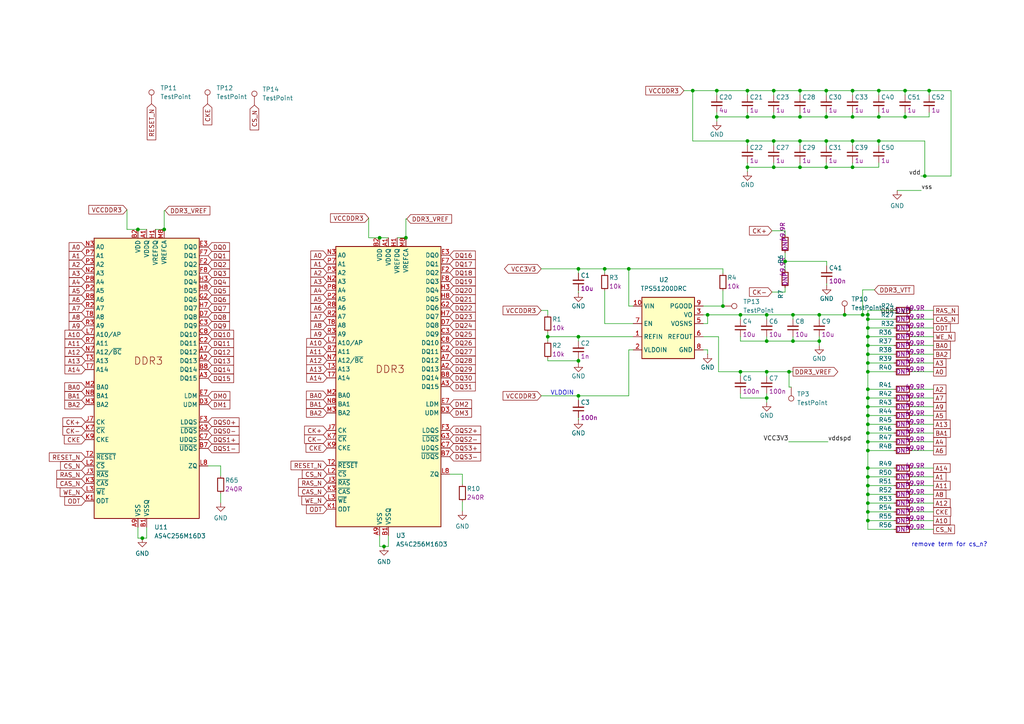
<source format=kicad_sch>
(kicad_sch (version 20230121) (generator eeschema)
  (paper "A4")
  (junction (at 251.714 107.823))
  (junction (at 251.714 135.763))
  (junction (at 262.509 33.909))
  (junction (at 251.714 148.463))
  (junction (at 251.714 105.283))
  (junction (at 207.899 26.289))
  (junction (at 251.714 143.383))
  (junction (at 222.377 98.933))
  (junction (at 216.789 48.514))
  (junction (at 167.767 97.663))
  (junction (at 251.714 91.313))
  (junction (at 247.269 40.894))
  (junction (at 47.625 66.548))
  (junction (at 224.409 33.909))
  (junction (at 239.649 33.909))
  (junction (at 40.005 66.548))
  (junction (at 110.109 68.961))
  (junction (at 247.269 33.909))
  (junction (at 251.714 97.663))
  (junction (at 227.711 75.819))
  (junction (at 254.889 26.289))
  (junction (at 216.789 40.894))
  (junction (at 229.997 91.313))
  (junction (at 224.409 40.894))
  (junction (at 251.714 128.143))
  (junction (at 111.379 158.496))
  (junction (at 251.714 117.983))
  (junction (at 239.649 26.289))
  (junction (at 209.677 88.773))
  (junction (at 228.854 107.823))
  (junction (at 244.983 91.313))
  (junction (at 222.377 91.313))
  (junction (at 232.029 33.909))
  (junction (at 167.767 77.978))
  (junction (at 117.729 68.961))
  (junction (at 251.714 145.923))
  (junction (at 229.997 98.933))
  (junction (at 268.224 51.054))
  (junction (at 224.409 26.289))
  (junction (at 251.714 115.443))
  (junction (at 251.714 130.683))
  (junction (at 254.889 40.894))
  (junction (at 262.509 26.289))
  (junction (at 167.767 114.808))
  (junction (at 232.029 48.514))
  (junction (at 216.789 33.909))
  (junction (at 237.617 98.933))
  (junction (at 251.714 151.003))
  (junction (at 205.232 91.313))
  (junction (at 251.714 92.583))
  (junction (at 251.714 138.303))
  (junction (at 251.714 112.903))
  (junction (at 251.714 123.063))
  (junction (at 247.269 26.289))
  (junction (at 41.275 156.083))
  (junction (at 269.494 26.289))
  (junction (at 247.269 48.514))
  (junction (at 216.789 26.289))
  (junction (at 214.757 107.823))
  (junction (at 250.19 91.313))
  (junction (at 175.387 77.978))
  (junction (at 254.889 33.909))
  (junction (at 251.714 125.603))
  (junction (at 251.714 102.743))
  (junction (at 167.767 104.648))
  (junction (at 182.372 77.978))
  (junction (at 222.377 107.823))
  (junction (at 222.377 115.443))
  (junction (at 214.757 91.313))
  (junction (at 251.714 95.123))
  (junction (at 158.877 97.663))
  (junction (at 251.714 140.843))
  (junction (at 239.649 40.894))
  (junction (at 239.649 48.514))
  (junction (at 251.714 120.523))
  (junction (at 232.029 40.894))
  (junction (at 200.914 26.289))
  (junction (at 224.409 48.514))
  (junction (at 251.714 100.203))
  (junction (at 232.029 26.289))
  (junction (at 207.899 33.909))
  (junction (at 237.617 91.313))
  (wire (pts (xy 254.889 40.894) (xy 254.889 42.164)))
  (wire (pts (xy 251.714 128.143) (xy 251.714 130.683)))
  (wire (pts (xy 251.714 123.063) (xy 251.714 125.603)))
  (wire (pts (xy 208.407 107.823) (xy 214.757 107.823)))
  (wire (pts (xy 227.711 83.439) (xy 227.711 84.709)))
  (wire (pts (xy 259.334 123.063) (xy 251.714 123.063)))
  (wire (pts (xy 175.387 93.853) (xy 183.642 93.853)))
  (wire (pts (xy 264.414 125.603) (xy 270.764 125.603)))
  (wire (pts (xy 227.711 73.279) (xy 227.711 75.819)))
  (wire (pts (xy 158.877 104.013) (xy 158.877 104.648)))
  (wire (pts (xy 259.334 115.443) (xy 251.714 115.443)))
  (wire (pts (xy 36.83 60.833) (xy 36.83 66.548)))
  (wire (pts (xy 239.776 82.169) (xy 239.776 82.804)))
  (wire (pts (xy 232.029 33.909) (xy 239.649 33.909)))
  (wire (pts (xy 216.789 32.639) (xy 216.789 33.909)))
  (wire (pts (xy 239.649 47.244) (xy 239.649 48.514)))
  (wire (pts (xy 224.409 26.289) (xy 224.409 27.559)))
  (wire (pts (xy 270.764 148.463) (xy 264.414 148.463)))
  (wire (pts (xy 232.029 40.894) (xy 232.029 42.164)))
  (wire (pts (xy 270.764 128.143) (xy 264.414 128.143)))
  (wire (pts (xy 254.889 32.639) (xy 254.889 33.909)))
  (wire (pts (xy 198.374 26.289) (xy 200.914 26.289)))
  (wire (pts (xy 182.372 77.978) (xy 209.677 77.978)))
  (wire (pts (xy 223.901 84.709) (xy 227.711 84.709)))
  (wire (pts (xy 270.764 140.843) (xy 264.414 140.843)))
  (wire (pts (xy 259.334 120.523) (xy 251.714 120.523)))
  (wire (pts (xy 251.714 100.203) (xy 259.334 100.203)))
  (wire (pts (xy 251.714 143.383) (xy 251.714 145.923)))
  (wire (pts (xy 270.764 105.283) (xy 264.414 105.283)))
  (wire (pts (xy 239.649 48.514) (xy 247.269 48.514)))
  (wire (pts (xy 259.334 92.583) (xy 251.714 92.583)))
  (wire (pts (xy 251.714 135.763) (xy 259.334 135.763)))
  (wire (pts (xy 203.962 93.853) (xy 205.232 93.853)))
  (wire (pts (xy 270.764 100.203) (xy 264.414 100.203)))
  (wire (pts (xy 106.934 63.246) (xy 106.934 68.961)))
  (wire (pts (xy 262.509 27.559) (xy 262.509 26.289)))
  (wire (pts (xy 251.714 107.823) (xy 251.714 112.903)))
  (wire (pts (xy 254.889 26.289) (xy 262.509 26.289)))
  (wire (pts (xy 267.081 51.054) (xy 268.224 51.054)))
  (wire (pts (xy 222.377 107.823) (xy 222.377 109.093)))
  (wire (pts (xy 251.714 138.303) (xy 251.714 140.843)))
  (wire (pts (xy 182.372 88.773) (xy 183.642 88.773)))
  (wire (pts (xy 270.764 153.543) (xy 264.414 153.543)))
  (wire (pts (xy 229.997 98.933) (xy 237.617 98.933)))
  (wire (pts (xy 239.649 26.289) (xy 239.649 27.559)))
  (wire (pts (xy 254.889 33.909) (xy 262.509 33.909)))
  (wire (pts (xy 270.764 135.763) (xy 264.414 135.763)))
  (wire (pts (xy 167.767 104.013) (xy 167.767 104.648)))
  (wire (pts (xy 228.727 128.143) (xy 240.157 128.143)))
  (wire (pts (xy 251.714 105.283) (xy 259.334 105.283)))
  (wire (pts (xy 156.972 77.978) (xy 167.767 77.978)))
  (wire (pts (xy 247.269 40.894) (xy 254.889 40.894)))
  (wire (pts (xy 214.757 91.313) (xy 214.757 92.583)))
  (wire (pts (xy 259.334 107.823) (xy 251.714 107.823)))
  (wire (pts (xy 247.269 48.514) (xy 254.889 48.514)))
  (wire (pts (xy 270.764 92.583) (xy 264.414 92.583)))
  (wire (pts (xy 251.714 115.443) (xy 251.714 117.983)))
  (wire (pts (xy 269.494 27.559) (xy 269.494 26.289)))
  (wire (pts (xy 270.764 95.123) (xy 264.414 95.123)))
  (wire (pts (xy 259.334 97.663) (xy 251.714 97.663)))
  (wire (pts (xy 40.005 156.083) (xy 41.275 156.083)))
  (wire (pts (xy 222.377 91.313) (xy 222.377 92.583)))
  (wire (pts (xy 251.714 105.283) (xy 251.714 107.823)))
  (wire (pts (xy 251.714 143.383) (xy 259.334 143.383)))
  (wire (pts (xy 237.617 91.313) (xy 229.997 91.313)))
  (wire (pts (xy 207.899 33.909) (xy 216.789 33.909)))
  (wire (pts (xy 264.414 115.443) (xy 270.764 115.443)))
  (wire (pts (xy 251.714 128.143) (xy 259.334 128.143)))
  (wire (pts (xy 112.649 158.496) (xy 111.379 158.496)))
  (wire (pts (xy 214.757 97.663) (xy 214.757 98.933)))
  (wire (pts (xy 251.714 112.903) (xy 251.714 115.443)))
  (wire (pts (xy 251.714 151.003) (xy 259.334 151.003)))
  (wire (pts (xy 167.767 114.808) (xy 167.767 116.078)))
  (wire (pts (xy 110.109 155.321) (xy 110.109 158.496)))
  (wire (pts (xy 175.387 77.978) (xy 182.372 77.978)))
  (wire (pts (xy 216.789 40.894) (xy 216.789 42.164)))
  (wire (pts (xy 270.764 112.903) (xy 264.414 112.903)))
  (wire (pts (xy 229.997 91.313) (xy 222.377 91.313)))
  (wire (pts (xy 229.997 91.313) (xy 229.997 92.583)))
  (wire (pts (xy 203.962 97.663) (xy 208.407 97.663)))
  (wire (pts (xy 268.224 40.894) (xy 268.224 51.054)))
  (wire (pts (xy 47.879 61.087) (xy 47.625 61.087)))
  (wire (pts (xy 259.334 90.043) (xy 251.714 90.043)))
  (wire (pts (xy 232.029 40.894) (xy 239.649 40.894)))
  (wire (pts (xy 224.409 48.514) (xy 232.029 48.514)))
  (wire (pts (xy 259.334 140.843) (xy 251.714 140.843)))
  (wire (pts (xy 237.617 97.663) (xy 237.617 98.933)))
  (wire (pts (xy 247.269 40.894) (xy 247.269 42.164)))
  (wire (pts (xy 40.005 66.548) (xy 42.545 66.548)))
  (wire (pts (xy 264.414 120.523) (xy 270.764 120.523)))
  (wire (pts (xy 227.711 75.819) (xy 239.776 75.819)))
  (wire (pts (xy 182.372 101.473) (xy 183.642 101.473)))
  (wire (pts (xy 167.767 77.978) (xy 167.767 79.248)))
  (wire (pts (xy 259.334 153.543) (xy 251.714 153.543)))
  (wire (pts (xy 232.029 26.289) (xy 239.649 26.289)))
  (wire (pts (xy 208.407 97.663) (xy 208.407 107.823)))
  (wire (pts (xy 270.764 123.063) (xy 264.414 123.063)))
  (wire (pts (xy 64.008 135.128) (xy 64.008 138.049)))
  (wire (pts (xy 251.714 120.523) (xy 251.714 123.063)))
  (wire (pts (xy 259.334 145.923) (xy 251.714 145.923)))
  (wire (pts (xy 117.983 63.5) (xy 117.729 63.5)))
  (wire (pts (xy 269.494 33.909) (xy 269.494 32.639)))
  (wire (pts (xy 244.983 91.313) (xy 250.19 91.313)))
  (wire (pts (xy 222.377 91.313) (xy 214.757 91.313)))
  (wire (pts (xy 205.232 101.473) (xy 205.232 102.743)))
  (wire (pts (xy 275.844 26.289) (xy 275.844 51.054)))
  (wire (pts (xy 222.377 97.663) (xy 222.377 98.933)))
  (wire (pts (xy 200.914 26.289) (xy 200.914 40.894)))
  (wire (pts (xy 60.325 135.128) (xy 64.008 135.128)))
  (wire (pts (xy 214.757 114.173) (xy 214.757 115.443)))
  (wire (pts (xy 203.962 91.313) (xy 205.232 91.313)))
  (wire (pts (xy 110.109 158.496) (xy 111.379 158.496)))
  (wire (pts (xy 251.714 140.843) (xy 251.714 143.383)))
  (wire (pts (xy 227.711 78.359) (xy 227.711 75.819)))
  (wire (pts (xy 239.649 32.639) (xy 239.649 33.909)))
  (wire (pts (xy 251.714 90.043) (xy 251.714 91.313)))
  (wire (pts (xy 259.334 130.683) (xy 251.714 130.683)))
  (wire (pts (xy 205.232 91.313) (xy 214.757 91.313)))
  (wire (pts (xy 262.509 33.909) (xy 269.494 33.909)))
  (wire (pts (xy 251.714 130.683) (xy 251.714 135.763)))
  (wire (pts (xy 228.854 112.268) (xy 229.489 112.268)))
  (wire (pts (xy 36.83 66.548) (xy 40.005 66.548)))
  (wire (pts (xy 110.109 68.961) (xy 112.649 68.961)))
  (wire (pts (xy 228.854 107.823) (xy 229.997 107.823)))
  (wire (pts (xy 207.899 26.289) (xy 207.899 27.559)))
  (wire (pts (xy 224.409 26.289) (xy 232.029 26.289)))
  (wire (pts (xy 216.789 48.514) (xy 224.409 48.514)))
  (wire (pts (xy 112.649 155.321) (xy 112.649 158.496)))
  (wire (pts (xy 239.649 26.289) (xy 247.269 26.289)))
  (wire (pts (xy 182.372 114.808) (xy 167.767 114.808)))
  (wire (pts (xy 45.085 66.548) (xy 47.625 66.548)))
  (wire (pts (xy 222.377 114.173) (xy 222.377 115.443)))
  (wire (pts (xy 214.757 107.823) (xy 214.757 109.093)))
  (wire (pts (xy 224.409 47.244) (xy 224.409 48.514)))
  (wire (pts (xy 200.914 26.289) (xy 207.899 26.289)))
  (wire (pts (xy 216.789 40.894) (xy 224.409 40.894)))
  (wire (pts (xy 207.899 33.909) (xy 207.899 35.179)))
  (wire (pts (xy 106.934 68.961) (xy 110.109 68.961)))
  (wire (pts (xy 251.714 91.313) (xy 251.714 92.583)))
  (wire (pts (xy 214.757 107.823) (xy 222.377 107.823)))
  (wire (pts (xy 247.269 26.289) (xy 247.269 27.559)))
  (wire (pts (xy 117.729 63.5) (xy 117.729 68.961)))
  (wire (pts (xy 250.19 91.313) (xy 250.19 84.074)))
  (wire (pts (xy 264.414 138.303) (xy 270.764 138.303)))
  (wire (pts (xy 270.764 130.683) (xy 264.414 130.683)))
  (wire (pts (xy 42.545 152.908) (xy 42.545 156.083)))
  (wire (pts (xy 222.377 115.443) (xy 214.757 115.443)))
  (wire (pts (xy 251.714 148.463) (xy 251.714 151.003)))
  (wire (pts (xy 200.914 40.894) (xy 216.789 40.894)))
  (wire (pts (xy 259.334 125.603) (xy 251.714 125.603)))
  (wire (pts (xy 222.377 107.823) (xy 228.854 107.823)))
  (wire (pts (xy 175.387 84.328) (xy 175.387 93.853)))
  (wire (pts (xy 251.714 145.923) (xy 251.714 148.463)))
  (wire (pts (xy 209.677 77.978) (xy 209.677 79.248)))
  (wire (pts (xy 239.776 75.819) (xy 239.776 77.089)))
  (wire (pts (xy 270.764 107.823) (xy 264.414 107.823)))
  (wire (pts (xy 251.714 135.763) (xy 251.714 138.303)))
  (wire (pts (xy 158.877 90.043) (xy 156.972 90.043)))
  (wire (pts (xy 239.649 40.894) (xy 247.269 40.894)))
  (wire (pts (xy 259.334 148.463) (xy 251.714 148.463)))
  (wire (pts (xy 239.649 33.909) (xy 247.269 33.909)))
  (wire (pts (xy 222.377 98.933) (xy 229.997 98.933)))
  (wire (pts (xy 232.029 26.289) (xy 232.029 27.559)))
  (wire (pts (xy 247.269 47.244) (xy 247.269 48.514)))
  (wire (pts (xy 262.509 33.909) (xy 262.509 32.639)))
  (wire (pts (xy 182.372 77.978) (xy 182.372 88.773)))
  (wire (pts (xy 222.377 115.443) (xy 222.377 116.713)))
  (wire (pts (xy 251.714 102.743) (xy 251.714 105.283)))
  (wire (pts (xy 167.767 97.663) (xy 167.767 98.933)))
  (wire (pts (xy 247.269 33.909) (xy 254.889 33.909)))
  (wire (pts (xy 232.029 47.244) (xy 232.029 48.514)))
  (wire (pts (xy 216.789 33.909) (xy 224.409 33.909)))
  (wire (pts (xy 254.889 26.289) (xy 254.889 27.559)))
  (wire (pts (xy 64.008 143.129) (xy 64.008 145.796)))
  (wire (pts (xy 167.767 114.808) (xy 156.972 114.808)))
  (wire (pts (xy 251.714 117.983) (xy 259.334 117.983)))
  (wire (pts (xy 270.764 143.383) (xy 264.414 143.383)))
  (wire (pts (xy 167.767 104.648) (xy 167.767 105.283)))
  (wire (pts (xy 251.714 112.903) (xy 259.334 112.903)))
  (wire (pts (xy 130.429 137.541) (xy 134.112 137.541)))
  (wire (pts (xy 232.029 48.514) (xy 239.649 48.514)))
  (wire (pts (xy 224.409 33.909) (xy 232.029 33.909)))
  (wire (pts (xy 268.224 51.054) (xy 275.844 51.054)))
  (wire (pts (xy 167.767 121.158) (xy 167.767 121.793)))
  (wire (pts (xy 228.854 107.823) (xy 228.854 112.268)))
  (wire (pts (xy 42.545 156.083) (xy 41.275 156.083)))
  (wire (pts (xy 251.714 95.123) (xy 251.714 92.583)))
  (wire (pts (xy 239.649 40.894) (xy 239.649 42.164)))
  (wire (pts (xy 254.889 40.894) (xy 268.224 40.894)))
  (wire (pts (xy 158.877 97.663) (xy 167.767 97.663)))
  (wire (pts (xy 134.112 137.541) (xy 134.112 140.462)))
  (wire (pts (xy 175.387 77.978) (xy 175.387 79.248)))
  (wire (pts (xy 251.714 125.603) (xy 251.714 128.143)))
  (wire (pts (xy 247.269 26.289) (xy 254.889 26.289)))
  (wire (pts (xy 227.711 66.929) (xy 227.711 68.199)))
  (wire (pts (xy 167.767 77.978) (xy 175.387 77.978)))
  (wire (pts (xy 167.767 84.328) (xy 167.767 84.963)))
  (wire (pts (xy 264.414 151.003) (xy 270.764 151.003)))
  (wire (pts (xy 250.19 91.313) (xy 251.714 91.313)))
  (wire (pts (xy 264.414 97.663) (xy 270.764 97.663)))
  (wire (pts (xy 269.494 26.289) (xy 275.844 26.289)))
  (wire (pts (xy 237.617 98.933) (xy 237.617 100.203)))
  (wire (pts (xy 205.232 91.313) (xy 205.232 93.853)))
  (wire (pts (xy 167.767 97.663) (xy 183.642 97.663)))
  (wire (pts (xy 216.789 26.289) (xy 216.789 27.559)))
  (wire (pts (xy 134.112 145.542) (xy 134.112 148.209)))
  (wire (pts (xy 251.714 117.983) (xy 251.714 120.523)))
  (wire (pts (xy 203.962 101.473) (xy 205.232 101.473)))
  (wire (pts (xy 251.714 97.663) (xy 251.714 100.203)))
  (wire (pts (xy 270.764 90.043) (xy 264.414 90.043)))
  (wire (pts (xy 47.625 61.087) (xy 47.625 66.548)))
  (wire (pts (xy 216.789 26.289) (xy 224.409 26.289)))
  (wire (pts (xy 224.409 40.894) (xy 224.409 42.164)))
  (wire (pts (xy 260.223 55.245) (xy 267.208 55.245)))
  (wire (pts (xy 216.789 49.784) (xy 216.789 48.514)))
  (wire (pts (xy 259.334 95.123) (xy 251.714 95.123)))
  (wire (pts (xy 270.764 102.743) (xy 264.414 102.743)))
  (wire (pts (xy 270.764 117.983) (xy 264.414 117.983)))
  (wire (pts (xy 237.617 91.313) (xy 237.617 92.583)))
  (wire (pts (xy 203.962 88.773) (xy 209.677 88.773)))
  (wire (pts (xy 259.334 138.303) (xy 251.714 138.303)))
  (wire (pts (xy 259.334 102.743) (xy 251.714 102.743)))
  (wire (pts (xy 232.029 32.639) (xy 232.029 33.909)))
  (wire (pts (xy 262.509 26.289) (xy 269.494 26.289)))
  (wire (pts (xy 227.711 66.929) (xy 223.901 66.929)))
  (wire (pts (xy 115.189 68.961) (xy 117.729 68.961)))
  (wire (pts (xy 237.617 91.313) (xy 244.983 91.313)))
  (wire (pts (xy 224.409 32.639) (xy 224.409 33.909)))
  (wire (pts (xy 158.877 97.663) (xy 158.877 96.393)))
  (wire (pts (xy 209.677 88.773) (xy 209.677 84.328)))
  (wire (pts (xy 158.877 90.043) (xy 158.877 91.313)))
  (wire (pts (xy 158.877 104.648) (xy 167.767 104.648)))
  (wire (pts (xy 224.409 40.894) (xy 232.029 40.894)))
  (wire (pts (xy 158.877 97.663) (xy 158.877 98.933)))
  (wire (pts (xy 247.269 32.639) (xy 247.269 33.909)))
  (wire (pts (xy 229.997 97.663) (xy 229.997 98.933)))
  (wire (pts (xy 264.414 145.923) (xy 270.764 145.923)))
  (wire (pts (xy 182.372 114.808) (xy 182.372 101.473)))
  (wire (pts (xy 207.899 26.289) (xy 216.789 26.289)))
  (wire (pts (xy 40.005 152.908) (xy 40.005 156.083)))
  (wire (pts (xy 254.889 47.244) (xy 254.889 48.514)))
  (wire (pts (xy 251.714 100.203) (xy 251.714 102.743)))
  (wire (pts (xy 216.789 47.244) (xy 216.789 48.514)))
  (wire (pts (xy 214.757 98.933) (xy 222.377 98.933)))
  (wire (pts (xy 251.714 95.123) (xy 251.714 97.663)))
  (wire (pts (xy 207.899 32.639) (xy 207.899 33.909)))
  (wire (pts (xy 250.19 84.074) (xy 253.619 84.074)))
  (wire (pts (xy 251.714 151.003) (xy 251.714 153.543)))
  (text "VLDOIN" (at 166.497 114.808 0) (effects (font (size 1.27 1.27)) (justify right bottom)))
  (text "remove term for cs_n?" (at 264.287 158.75 0) (effects (font (size 1.27 1.27)) (justify left bottom)))
  (label "vddspd" (at 240.157 128.143 0))
  (label "VCC3V3" (at 228.727 128.143 180))
  (label "vdd" (at 267.081 51.054 180))
  (label "DDR3_VTT" (at 255.397 91.313 0))
  (label "vss" (at 267.208 55.245 0))
  (global_label "DQ15" (shape input) (at 60.325 109.728 0) (property "Intersheetrefs" "${INTERSHEET_REFS}" (effects hide)))
  (global_label "A5" (shape passive) (at 270.764 120.523 0) (property "Intersheetrefs" "${INTERSHEET_REFS}" (effects hide)))
  (global_label "DQ1" (shape input) (at 60.325 74.168 0) (property "Intersheetrefs" "${INTERSHEET_REFS}" (effects hide)))
  (global_label "RAS_N" (shape passive) (at 270.764 90.043 0) (property "Intersheetrefs" "${INTERSHEET_REFS}" (effects hide)))
  (global_label "A10" (shape passive) (at 270.764 151.003 0) (property "Intersheetrefs" "${INTERSHEET_REFS}" (effects hide)))
  (global_label "DQ10" (shape input) (at 60.325 97.028 0) (property "Intersheetrefs" "${INTERSHEET_REFS}" (effects hide)))
  (global_label "A14" (shape input) (at 24.765 107.188 180) (property "Intersheetrefs" "${INTERSHEET_REFS}" (effects hide)))
  (global_label "VCCDDR3" (shape input) (at 36.83 60.833 180) (property "Intersheetrefs" "${INTERSHEET_REFS}" (effects hide)))
  (global_label "DQ0" (shape input) (at 60.325 71.628 0) (property "Intersheetrefs" "${INTERSHEET_REFS}" (effects hide)))
  (global_label "A13" (shape input) (at 94.869 107.061 180) (property "Intersheetrefs" "${INTERSHEET_REFS}" (effects hide)))
  (global_label "DQ18" (shape input) (at 130.429 79.121 0) (property "Intersheetrefs" "${INTERSHEET_REFS}" (effects hide)))
  (global_label "A11" (shape passive) (at 270.764 140.843 0) (property "Intersheetrefs" "${INTERSHEET_REFS}" (effects hide)))
  (global_label "DQ27" (shape input) (at 130.429 101.981 0) (property "Intersheetrefs" "${INTERSHEET_REFS}" (effects hide)))
  (global_label "DQ28" (shape input) (at 130.429 104.521 0) (property "Intersheetrefs" "${INTERSHEET_REFS}" (effects hide)))
  (global_label "DQ13" (shape input) (at 60.325 104.648 0) (property "Intersheetrefs" "${INTERSHEET_REFS}" (effects hide)))
  (global_label "A1" (shape input) (at 24.765 74.168 180) (property "Intersheetrefs" "${INTERSHEET_REFS}" (effects hide)))
  (global_label "A8" (shape passive) (at 270.764 143.383 0) (property "Intersheetrefs" "${INTERSHEET_REFS}" (effects hide)))
  (global_label "WE_N" (shape passive) (at 270.764 97.663 0) (property "Intersheetrefs" "${INTERSHEET_REFS}" (effects hide)))
  (global_label "BA0" (shape input) (at 24.765 112.268 180) (property "Intersheetrefs" "${INTERSHEET_REFS}" (effects hide)))
  (global_label "A10" (shape input) (at 94.869 99.441 180) (property "Intersheetrefs" "${INTERSHEET_REFS}" (effects hide)))
  (global_label "BA1" (shape input) (at 24.765 114.808 180) (property "Intersheetrefs" "${INTERSHEET_REFS}" (effects hide)))
  (global_label "DQ4" (shape input) (at 60.325 81.788 0) (property "Intersheetrefs" "${INTERSHEET_REFS}" (effects hide)))
  (global_label "RESET_N" (shape input) (at 24.765 132.588 180) (property "Intersheetrefs" "${INTERSHEET_REFS}" (effects hide)))
  (global_label "A14" (shape passive) (at 270.764 135.763 0) (property "Intersheetrefs" "${INTERSHEET_REFS}" (effects hide)))
  (global_label "DQS2-" (shape input) (at 130.429 127.381 0) (property "Intersheetrefs" "${INTERSHEET_REFS}" (effects hide)))
  (global_label "CAS_N" (shape input) (at 24.765 140.208 180) (property "Intersheetrefs" "${INTERSHEET_REFS}" (effects hide)))
  (global_label "A6" (shape input) (at 24.765 86.868 180) (property "Intersheetrefs" "${INTERSHEET_REFS}" (effects hide)))
  (global_label "CS_N" (shape passive) (at 270.764 153.543 0) (property "Intersheetrefs" "${INTERSHEET_REFS}" (effects hide)))
  (global_label "BA2" (shape passive) (at 270.764 102.743 0) (property "Intersheetrefs" "${INTERSHEET_REFS}" (effects hide)))
  (global_label "DQ8" (shape input) (at 60.325 91.948 0) (property "Intersheetrefs" "${INTERSHEET_REFS}" (effects hide)))
  (global_label "DQS3+" (shape input) (at 130.429 129.921 0) (property "Intersheetrefs" "${INTERSHEET_REFS}" (effects hide)))
  (global_label "A3" (shape passive) (at 270.764 105.283 0) (property "Intersheetrefs" "${INTERSHEET_REFS}" (effects hide)))
  (global_label "DM1" (shape input) (at 60.325 117.348 0) (property "Intersheetrefs" "${INTERSHEET_REFS}" (effects hide)))
  (global_label "DQS0+" (shape input) (at 60.325 122.428 0) (property "Intersheetrefs" "${INTERSHEET_REFS}" (effects hide)))
  (global_label "WE_N" (shape input) (at 94.869 145.161 180) (property "Intersheetrefs" "${INTERSHEET_REFS}" (effects hide)))
  (global_label "VCC3V3" (shape tri_state) (at 156.972 77.978 180) (property "Intersheetrefs" "${INTERSHEET_REFS}" (effects hide)))
  (global_label "DQ23" (shape input) (at 130.429 91.821 0) (property "Intersheetrefs" "${INTERSHEET_REFS}" (effects hide)))
  (global_label "VCCDDR3" (shape input) (at 156.972 114.808 180) (property "Intersheetrefs" "${INTERSHEET_REFS}" (effects hide)))
  (global_label "VCCDDR3" (shape input) (at 198.374 26.289 180) (property "Intersheetrefs" "${INTERSHEET_REFS}" (effects hide)))
  (global_label "DQ29" (shape input) (at 130.429 107.061 0) (property "Intersheetrefs" "${INTERSHEET_REFS}" (effects hide)))
  (global_label "VCCDDR3" (shape input) (at 106.934 63.246 180) (property "Intersheetrefs" "${INTERSHEET_REFS}" (effects hide)))
  (global_label "A7" (shape passive) (at 270.764 115.443 0) (property "Intersheetrefs" "${INTERSHEET_REFS}" (effects hide)))
  (global_label "DDR3_VREF" (shape input) (at 47.879 61.087 0) (property "Intersheetrefs" "${INTERSHEET_REFS}" (effects hide)))
  (global_label "A12" (shape passive) (at 270.764 145.923 0) (property "Intersheetrefs" "${INTERSHEET_REFS}" (effects hide)))
  (global_label "A13" (shape input) (at 24.765 104.648 180) (property "Intersheetrefs" "${INTERSHEET_REFS}" (effects hide)))
  (global_label "DQ16" (shape input) (at 130.429 74.041 0) (property "Intersheetrefs" "${INTERSHEET_REFS}" (effects hide)))
  (global_label "RAS_N" (shape input) (at 94.869 140.081 180) (property "Intersheetrefs" "${INTERSHEET_REFS}" (effects hide)))
  (global_label "DQ19" (shape input) (at 130.429 81.661 0) (property "Intersheetrefs" "${INTERSHEET_REFS}" (effects hide)))
  (global_label "BA1" (shape passive) (at 270.764 125.603 0) (property "Intersheetrefs" "${INTERSHEET_REFS}" (effects hide)))
  (global_label "DQ7" (shape input) (at 60.325 89.408 0) (property "Intersheetrefs" "${INTERSHEET_REFS}" (effects hide)))
  (global_label "A5" (shape input) (at 24.765 84.328 180) (property "Intersheetrefs" "${INTERSHEET_REFS}" (effects hide)))
  (global_label "DM3" (shape input) (at 130.429 119.761 0) (property "Intersheetrefs" "${INTERSHEET_REFS}" (effects hide)))
  (global_label "CK-" (shape input) (at 94.869 127.381 180) (property "Intersheetrefs" "${INTERSHEET_REFS}" (effects hide)))
  (global_label "A9" (shape input) (at 94.869 96.901 180) (property "Intersheetrefs" "${INTERSHEET_REFS}" (effects hide)))
  (global_label "CKE" (shape passive) (at 270.764 148.463 0) (property "Intersheetrefs" "${INTERSHEET_REFS}" (effects hide)))
  (global_label "A2" (shape passive) (at 270.764 112.903 0) (property "Intersheetrefs" "${INTERSHEET_REFS}" (effects hide)))
  (global_label "BA2" (shape input) (at 94.869 119.761 180) (property "Intersheetrefs" "${INTERSHEET_REFS}" (effects hide)))
  (global_label "DQ6" (shape input) (at 60.325 86.868 0) (property "Intersheetrefs" "${INTERSHEET_REFS}" (effects hide)))
  (global_label "A0" (shape input) (at 24.765 71.628 180) (property "Intersheetrefs" "${INTERSHEET_REFS}" (effects hide)))
  (global_label "DQ14" (shape input) (at 60.325 107.188 0) (property "Intersheetrefs" "${INTERSHEET_REFS}" (effects hide)))
  (global_label "DQ24" (shape input) (at 130.429 94.361 0) (property "Intersheetrefs" "${INTERSHEET_REFS}" (effects hide)))
  (global_label "DQ11" (shape input) (at 60.325 99.568 0) (property "Intersheetrefs" "${INTERSHEET_REFS}" (effects hide)))
  (global_label "DQ26" (shape input) (at 130.429 99.441 0) (property "Intersheetrefs" "${INTERSHEET_REFS}" (effects hide)))
  (global_label "DQ21" (shape input) (at 130.429 86.741 0) (property "Intersheetrefs" "${INTERSHEET_REFS}" (effects hide)))
  (global_label "A8" (shape input) (at 24.765 91.948 180) (property "Intersheetrefs" "${INTERSHEET_REFS}" (effects hide)))
  (global_label "DQ3" (shape input) (at 60.325 79.248 0) (property "Intersheetrefs" "${INTERSHEET_REFS}" (effects hide)))
  (global_label "DQ30" (shape input) (at 130.429 109.601 0) (property "Intersheetrefs" "${INTERSHEET_REFS}" (effects hide)))
  (global_label "DQ25" (shape input) (at 130.429 96.901 0) (property "Intersheetrefs" "${INTERSHEET_REFS}" (effects hide)))
  (global_label "WE_N" (shape input) (at 24.765 142.748 180) (property "Intersheetrefs" "${INTERSHEET_REFS}" (effects hide)))
  (global_label "RAS_N" (shape input) (at 24.765 137.668 180) (property "Intersheetrefs" "${INTERSHEET_REFS}" (effects hide)))
  (global_label "DQS2+" (shape input) (at 130.429 124.841 0) (property "Intersheetrefs" "${INTERSHEET_REFS}" (effects hide)))
  (global_label "CS_N" (shape input) (at 24.765 135.128 180) (property "Intersheetrefs" "${INTERSHEET_REFS}" (effects hide)))
  (global_label "A12" (shape input) (at 24.765 102.108 180) (property "Intersheetrefs" "${INTERSHEET_REFS}" (effects hide)))
  (global_label "DDR3_VREF" (shape output) (at 229.997 107.823 0) (property "Intersheetrefs" "${INTERSHEET_REFS}" (effects hide)))
  (global_label "A1" (shape input) (at 94.869 76.581 180) (property "Intersheetrefs" "${INTERSHEET_REFS}" (effects hide)))
  (global_label "DQS0-" (shape input) (at 60.325 124.968 0) (property "Intersheetrefs" "${INTERSHEET_REFS}" (effects hide)))
  (global_label "DQS1+" (shape input) (at 60.325 127.508 0) (property "Intersheetrefs" "${INTERSHEET_REFS}" (effects hide)))
  (global_label "A2" (shape input) (at 24.765 76.708 180) (property "Intersheetrefs" "${INTERSHEET_REFS}" (effects hide)))
  (global_label "CKE" (shape input) (at 94.869 129.921 180) (property "Intersheetrefs" "${INTERSHEET_REFS}" (effects hide)))
  (global_label "DQ17" (shape input) (at 130.429 76.581 0) (property "Intersheetrefs" "${INTERSHEET_REFS}" (effects hide)))
  (global_label "A9" (shape passive) (at 270.764 117.983 0) (property "Intersheetrefs" "${INTERSHEET_REFS}" (effects hide)))
  (global_label "CAS_N" (shape input) (at 94.869 142.621 180) (property "Intersheetrefs" "${INTERSHEET_REFS}" (effects hide)))
  (global_label "A0" (shape input) (at 94.869 74.041 180) (property "Intersheetrefs" "${INTERSHEET_REFS}" (effects hide)))
  (global_label "CKE" (shape input) (at 60.198 30.099 270) (property "Intersheetrefs" "${INTERSHEET_REFS}" (effects hide)))
  (global_label "A4" (shape input) (at 24.765 81.788 180) (property "Intersheetrefs" "${INTERSHEET_REFS}" (effects hide)))
  (global_label "CK+" (shape input) (at 24.765 122.428 180) (property "Intersheetrefs" "${INTERSHEET_REFS}" (effects hide)))
  (global_label "A8" (shape input) (at 94.869 94.361 180) (property "Intersheetrefs" "${INTERSHEET_REFS}" (effects hide)))
  (global_label "DQ20" (shape input) (at 130.429 84.201 0) (property "Intersheetrefs" "${INTERSHEET_REFS}" (effects hide)))
  (global_label "A1" (shape passive) (at 270.764 138.303 0) (property "Intersheetrefs" "${INTERSHEET_REFS}" (effects hide)))
  (global_label "A7" (shape input) (at 94.869 91.821 180) (property "Intersheetrefs" "${INTERSHEET_REFS}" (effects hide)))
  (global_label "A14" (shape input) (at 94.869 109.601 180) (property "Intersheetrefs" "${INTERSHEET_REFS}" (effects hide)))
  (global_label "A0" (shape passive) (at 270.764 107.823 0) (property "Intersheetrefs" "${INTERSHEET_REFS}" (effects hide)))
  (global_label "DQ2" (shape input) (at 60.325 76.708 0) (property "Intersheetrefs" "${INTERSHEET_REFS}" (effects hide)))
  (global_label "CAS_N" (shape passive) (at 270.764 92.583 0) (property "Intersheetrefs" "${INTERSHEET_REFS}" (effects hide)))
  (global_label "ODT" (shape input) (at 94.869 147.701 180) (property "Intersheetrefs" "${INTERSHEET_REFS}" (effects hide)))
  (global_label "BA1" (shape input) (at 94.869 117.221 180) (property "Intersheetrefs" "${INTERSHEET_REFS}" (effects hide)))
  (global_label "A9" (shape input) (at 24.765 94.488 180) (property "Intersheetrefs" "${INTERSHEET_REFS}" (effects hide)))
  (global_label "CK+" (shape input) (at 223.901 66.929 180) (property "Intersheetrefs" "${INTERSHEET_REFS}" (effects hide)))
  (global_label "VCCDDR3" (shape input) (at 156.972 90.043 180) (property "Intersheetrefs" "${INTERSHEET_REFS}" (effects hide)))
  (global_label "A7" (shape input) (at 24.765 89.408 180) (property "Intersheetrefs" "${INTERSHEET_REFS}" (effects hide)))
  (global_label "A6" (shape passive) (at 270.764 130.683 0) (property "Intersheetrefs" "${INTERSHEET_REFS}" (effects hide)))
  (global_label "ODT" (shape input) (at 24.765 145.288 180) (property "Intersheetrefs" "${INTERSHEET_REFS}" (effects hide)))
  (global_label "A12" (shape input) (at 94.869 104.521 180) (property "Intersheetrefs" "${INTERSHEET_REFS}" (effects hide)))
  (global_label "CK-" (shape input) (at 223.901 84.709 180) (property "Intersheetrefs" "${INTERSHEET_REFS}" (effects hide)))
  (global_label "A11" (shape input) (at 94.869 101.981 180) (property "Intersheetrefs" "${INTERSHEET_REFS}" (effects hide)))
  (global_label "DM0" (shape input) (at 60.325 114.808 0) (property "Intersheetrefs" "${INTERSHEET_REFS}" (effects hide)))
  (global_label "BA0" (shape passive) (at 270.764 100.203 0) (property "Intersheetrefs" "${INTERSHEET_REFS}" (effects hide)))
  (global_label "DQ12" (shape input) (at 60.325 102.108 0) (property "Intersheetrefs" "${INTERSHEET_REFS}" (effects hide)))
  (global_label "DM2" (shape input) (at 130.429 117.221 0) (property "Intersheetrefs" "${INTERSHEET_REFS}" (effects hide)))
  (global_label "CK+" (shape input) (at 94.869 124.841 180) (property "Intersheetrefs" "${INTERSHEET_REFS}" (effects hide)))
  (global_label "RESET_N" (shape input) (at 43.942 30.099 270) (property "Intersheetrefs" "${INTERSHEET_REFS}" (effects hide)))
  (global_label "DQ9" (shape input) (at 60.325 94.488 0) (property "Intersheetrefs" "${INTERSHEET_REFS}" (effects hide)))
  (global_label "A4" (shape passive) (at 270.764 128.143 0) (property "Intersheetrefs" "${INTERSHEET_REFS}" (effects hide)))
  (global_label "ODT" (shape passive) (at 270.764 95.123 0) (property "Intersheetrefs" "${INTERSHEET_REFS}" (effects hide)))
  (global_label "CS_N" (shape input) (at 73.787 30.48 270) (property "Intersheetrefs" "${INTERSHEET_REFS}" (effects hide)))
  (global_label "A3" (shape input) (at 94.869 81.661 180) (property "Intersheetrefs" "${INTERSHEET_REFS}" (effects hide)))
  (global_label "A2" (shape input) (at 94.869 79.121 180) (property "Intersheetrefs" "${INTERSHEET_REFS}" (effects hide)))
  (global_label "CKE" (shape input) (at 24.765 127.508 180) (property "Intersheetrefs" "${INTERSHEET_REFS}" (effects hide)))
  (global_label "DDR3_VTT" (shape input) (at 253.619 84.074 0) (property "Intersheetrefs" "${INTERSHEET_REFS}" (effects hide)))
  (global_label "DDR3_VREF" (shape input) (at 117.983 63.5 0) (property "Intersheetrefs" "${INTERSHEET_REFS}" (effects hide)))
  (global_label "BA0" (shape input) (at 94.869 114.681 180) (property "Intersheetrefs" "${INTERSHEET_REFS}" (effects hide)))
  (global_label "CS_N" (shape input) (at 94.869 137.541 180) (property "Intersheetrefs" "${INTERSHEET_REFS}" (effects hide)))
  (global_label "CK-" (shape input) (at 24.765 124.968 180) (property "Intersheetrefs" "${INTERSHEET_REFS}" (effects hide)))
  (global_label "DQ5" (shape input) (at 60.325 84.328 0) (property "Intersheetrefs" "${INTERSHEET_REFS}" (effects hide)))
  (global_label "A3" (shape input) (at 24.765 79.248 180) (property "Intersheetrefs" "${INTERSHEET_REFS}" (effects hide)))
  (global_label "A11" (shape input) (at 24.765 99.568 180) (property "Intersheetrefs" "${INTERSHEET_REFS}" (effects hide)))
  (global_label "A13" (shape passive) (at 270.764 123.063 0) (property "Intersheetrefs" "${INTERSHEET_REFS}" (effects hide)))
  (global_label "DQS1-" (shape input) (at 60.325 130.048 0) (property "Intersheetrefs" "${INTERSHEET_REFS}" (effects hide)))
  (global_label "RESET_N" (shape input) (at 94.869 135.001 180) (property "Intersheetrefs" "${INTERSHEET_REFS}" (effects hide)))
  (global_label "DQS3-" (shape input) (at 130.429 132.461 0) (property "Intersheetrefs" "${INTERSHEET_REFS}" (effects hide)))
  (global_label "A5" (shape input) (at 94.869 86.741 180) (property "Intersheetrefs" "${INTERSHEET_REFS}" (effects hide)))
  (global_label "DQ31" (shape input) (at 130.429 112.141 0) (property "Intersheetrefs" "${INTERSHEET_REFS}" (effects hide)))
  (global_label "BA2" (shape input) (at 24.765 117.348 180) (property "Intersheetrefs" "${INTERSHEET_REFS}" (effects hide)))
  (global_label "A10" (shape input) (at 24.765 97.028 180) (property "Intersheetrefs" "${INTERSHEET_REFS}" (effects hide)))
  (global_label "A6" (shape input) (at 94.869 89.281 180) (property "Intersheetrefs" "${INTERSHEET_REFS}" (effects hide)))
  (global_label "A4" (shape input) (at 94.869 84.201 180) (property "Intersheetrefs" "${INTERSHEET_REFS}" (effects hide)))
  (global_label "DQ22" (shape input) (at 130.429 89.281 0) (property "Intersheetrefs" "${INTERSHEET_REFS}" (effects hide)))
  (symbol (lib_name "C_470n_0402_6") (lib_id "antmicroCapacitors0402:C_470n_0402") (at 254.889 47.244 90) (unit 1)
    (property "Reference" "C50" (at 255.524 42.799 90) (effects (justify right)))
    (property "Value" "1u" (effects hide))
    (property "Footprint" "antmicro-footprints:C_0402_1005Metric" (effects hide))
    (property "Datasheet" " " (effects hide))
    (property "Manufacturer" "TDK" (effects hide))
    (property "MPN" "C1005X5R1E474M050BB" (effects hide))
    (property "Val" "1u" (at 255.524 46.609 90) (effects (justify right)))
    (property "License" "Apache-2.0" (effects hide))
    (property "Author" "Antmicro" (effects hide))
    (property "LCSC" "C52923" (effects hide))
  )
  (symbol (lib_name "R_51R_0402_17") (lib_id "antmicroResistors0402:R_51R_0402") (at 264.414 105.283 0) (mirror y) (unit 1)
    (property "Reference" "R39" (at 256.794 104.013 0))
    (property "Value" "49.9R" (effects hide))
    (property "Footprint" "antmicro-footprints:R_0402_1005Metric" (effects hide))
    (property "Datasheet" "https://www.bourns.com/docs/product-datasheets/cr.pdf" (effects hide))
    (property "Manufacturer" "Bourns" (effects hide))
    (property "MPN" "CR0402-FX-51R0GLF" (effects hide))
    (property "Val" "49.9R" (at 268.224 105.283 0) (effects (justify left bottom)))
    (property "License" "Apache-2.0" (effects hide))
    (property "Author" "Antmicro" (effects hide))
    (property "Tolerance" "1%" (effects hide))
    (property "DNP" "DNP" (at 261.874 105.283 0))
    (property "LCSC" "C25120" (effects hide))
  )
  (symbol (lib_name "C_100n_6V3_0402_1") (lib_id "antmicroCapacitorsmisc:C_100n_6V3_0402") (at 239.776 77.089 270) (unit 1)
    (property "Reference" "C41" (at 240.411 77.724 90) (effects (justify left)))
    (property "Value" "100n" (effects hide))
    (property "Footprint" "antmicro-footprints:C_0402_1005Metric" (effects hide))
    (property "Datasheet" " " (effects hide))
    (property "Manufacturer" "Walsin" (effects hide))
    (property "MPN" "0402X104K6R3CT" (effects hide))
    (property "Val" "100n" (at 240.411 81.534 90) (effects (justify left)))
    (property "License" "Apache-2.0" (effects hide))
    (property "Author" "Antmicro" (effects hide))
  )
  (symbol (lib_name "C_470n_0402_10") (lib_id "antmicroCapacitors0402:C_470n_0402") (at 224.409 47.244 90) (unit 1)
    (property "Reference" "C27" (at 225.044 42.799 90) (effects (justify right)))
    (property "Value" "1u" (effects hide))
    (property "Footprint" "antmicro-footprints:C_0402_1005Metric" (effects hide))
    (property "Datasheet" " " (effects hide))
    (property "Manufacturer" "TDK" (effects hide))
    (property "MPN" "C1005X5R1E474M050BB" (effects hide))
    (property "Val" "1u" (at 225.044 46.609 90) (effects (justify right)))
    (property "License" "Apache-2.0" (effects hide))
    (property "Author" "Antmicro" (effects hide))
    (property "LCSC" "C52923" (effects hide))
  )
  (symbol (lib_id "Connector:TestPoint") (at 43.942 30.099 0) (unit 1)
    (property "Reference" "TP11" (at 46.482 25.527 0) (effects (justify left)))
    (property "Value" "TestPoint" (at 46.482 28.067 0) (effects (justify left)))
    (property "Footprint" "TestPoint:TestPoint_Pad_D1.0mm" (effects hide))
  )
  (symbol (lib_name "R_51R_0402_18") (lib_id "antmicroResistors0402:R_51R_0402") (at 264.414 92.583 0) (mirror y) (unit 1)
    (property "Reference" "R27" (at 257.429 91.313 0))
    (property "Value" "49.9R" (effects hide))
    (property "Footprint" "antmicro-footprints:R_0402_1005Metric" (effects hide))
    (property "Datasheet" "https://www.bourns.com/docs/product-datasheets/cr.pdf" (effects hide))
    (property "Manufacturer" "Bourns" (effects hide))
    (property "MPN" "CR0402-FX-51R0GLF" (effects hide))
    (property "Val" "49.9R" (at 268.224 92.583 0) (effects (justify left bottom)))
    (property "License" "Apache-2.0" (effects hide))
    (property "Author" "Antmicro" (effects hide))
    (property "Tolerance" "1%" (effects hide))
    (property "DNP" "DNP" (at 261.874 92.583 0))
    (property "LCSC" "C25120" (effects hide))
  )
  (symbol (lib_name "R_51R_0402_4") (lib_id "antmicroResistors0402:R_51R_0402") (at 264.414 123.063 0) (mirror y) (unit 1)
    (property "Reference" "R45" (at 256.794 121.793 0))
    (property "Value" "49.9R" (effects hide))
    (property "Footprint" "antmicro-footprints:R_0402_1005Metric" (effects hide))
    (property "Datasheet" "https://www.bourns.com/docs/product-datasheets/cr.pdf" (effects hide))
    (property "Manufacturer" "Bourns" (effects hide))
    (property "MPN" "CR0402-FX-51R0GLF" (effects hide))
    (property "Val" "49.9R" (at 268.224 123.063 0) (effects (justify left bottom)))
    (property "License" "Apache-2.0" (effects hide))
    (property "Author" "Antmicro" (effects hide))
    (property "Tolerance" "1%" (effects hide))
    (property "DNP" "DNP" (at 261.874 123.063 0))
    (property "LCSC" "C25120" (effects hide))
  )
  (symbol (lib_name "R_51R_0402_3") (lib_id "antmicroResistors0402:R_51R_0402") (at 264.414 117.983 0) (mirror y) (unit 1)
    (property "Reference" "R43" (at 256.794 116.713 0))
    (property "Value" "49.9R" (effects hide))
    (property "Footprint" "antmicro-footprints:R_0402_1005Metric" (effects hide))
    (property "Datasheet" "https://www.bourns.com/docs/product-datasheets/cr.pdf" (effects hide))
    (property "Manufacturer" "Bourns" (effects hide))
    (property "MPN" "CR0402-FX-51R0GLF" (effects hide))
    (property "Val" "49.9R" (at 268.224 117.983 0) (effects (justify left bottom)))
    (property "License" "Apache-2.0" (effects hide))
    (property "Author" "Antmicro" (effects hide))
    (property "Tolerance" "1%" (effects hide))
    (property "DNP" "DNP" (at 261.874 117.983 0))
    (property "LCSC" "C25120" (effects hide))
  )
  (symbol (lib_id "antmicroPMICVoltageRegulatorsDCDCSwitchingControllers:TPS51200DRC") (at 183.642 88.773 0) (unit 1)
    (property "Reference" "U2" (at 192.532 81.153 0))
    (property "Value" "TPS51200DRC" (at 192.532 83.693 0))
    (property "Footprint" "antmicro-footprints:VSON-10-1EP_3x3mm" (effects hide))
    (property "Datasheet" "https://www.ti.com/lit/ds/symlink/tps51200.pdf?ts=1685420125657" (effects hide))
    (property "MPN" "TPS51200DRC" (effects hide))
    (property "Manufacturer" "Texas Instruments" (effects hide))
    (property "Author" "Antmicro" (effects hide))
    (property "License" "Apache-2.0" (effects hide))
    (property "LCSC" "C34771" (effects hide))
  )
  (symbol (lib_name "C_100n_6V3_0402_4") (lib_id "antmicroCapacitorsmisc:C_100n_6V3_0402") (at 167.767 121.158 90) (unit 1)
    (property "Reference" "C3" (at 168.402 116.713 90) (effects (justify right)))
    (property "Value" "100n" (effects hide))
    (property "Footprint" "antmicro-footprints:C_0402_1005Metric" (effects hide))
    (property "Datasheet" " " (effects hide))
    (property "Manufacturer" "Walsin" (effects hide))
    (property "MPN" "0402X104K6R3CT" (effects hide))
    (property "Val" "100n" (at 168.402 121.158 90) (effects (justify right)))
    (property "License" "Apache-2.0" (effects hide))
    (property "Author" "Antmicro" (effects hide))
    (property "LCSC" "C1525" (effects hide))
  )
  (symbol (lib_name "R_51R_0402_24") (lib_id "antmicroResistors0402:R_51R_0402") (at 264.414 148.463 0) (mirror y) (unit 1)
    (property "Reference" "R54" (at 256.794 147.193 0))
    (property "Value" "49.9R" (effects hide))
    (property "Footprint" "antmicro-footprints:R_0402_1005Metric" (effects hide))
    (property "Datasheet" "https://www.bourns.com/docs/product-datasheets/cr.pdf" (effects hide))
    (property "Manufacturer" "Bourns" (effects hide))
    (property "MPN" "CR0402-FX-51R0GLF" (effects hide))
    (property "Val" "49.9R" (at 268.224 148.463 0) (effects (justify left bottom)))
    (property "License" "Apache-2.0" (effects hide))
    (property "Author" "Antmicro" (effects hide))
    (property "Tolerance" "1%" (effects hide))
    (property "DNP" "DNP" (at 261.874 148.463 0))
    (property "LCSC" "C25120" (effects hide))
  )
  (symbol (lib_id "Connector:TestPoint") (at 209.677 88.773 270) (unit 1)
    (property "Reference" "TP13" (at 215.519 87.503 90) (effects (justify left)))
    (property "Value" "TestPoint" (at 215.519 90.043 90) (effects (justify left)))
    (property "Footprint" "TestPoint:TestPoint_Pad_D1.0mm" (effects hide))
  )
  (symbol (lib_name "R_51R_0402_12") (lib_id "antmicroResistors0402:R_51R_0402") (at 264.414 90.043 0) (mirror y) (unit 1)
    (property "Reference" "R24" (at 257.429 88.773 0))
    (property "Value" "49.9R" (effects hide))
    (property "Footprint" "antmicro-footprints:R_0402_1005Metric" (effects hide))
    (property "Datasheet" "https://www.bourns.com/docs/product-datasheets/cr.pdf" (effects hide))
    (property "Manufacturer" "Bourns" (effects hide))
    (property "MPN" "CR0402-FX-51R0GLF" (effects hide))
    (property "Val" "49.9R" (at 268.224 90.043 0) (effects (justify left bottom)))
    (property "License" "Apache-2.0" (effects hide))
    (property "Author" "Antmicro" (effects hide))
    (property "Tolerance" "1%" (effects hide))
    (property "DNP" "DNP" (at 261.874 90.043 0))
    (property "LCSC" "C25120" (effects hide))
  )
  (symbol (lib_id "antmicroCapacitors0402:C_10u_0402") (at 167.767 84.328 270) (mirror x) (unit 1)
    (property "Reference" "C1" (at 168.402 79.883 90) (effects (justify left)))
    (property "Value" "10u" (effects hide))
    (property "Footprint" "antmicro-footprints:C_0402_1005Metric" (effects hide))
    (property "Datasheet" " " (effects hide))
    (property "Manufacturer" "Yaego" (effects hide))
    (property "MPN" "CC0402MRX5R5BB106" (effects hide))
    (property "Val" "10u" (at 168.402 83.693 90) (effects (justify left)))
    (property "License" "Apache-2.0" (effects hide))
    (property "Author" "Antmicro" (effects hide))
    (property "LCSC" "C15525" (effects hide))
  )
  (symbol (lib_name "C_470n_0402_3") (lib_id "antmicroCapacitors0402:C_470n_0402") (at 239.649 32.639 90) (unit 1)
    (property "Reference" "C30" (at 240.284 28.194 90) (effects (justify right)))
    (property "Value" "1u" (effects hide))
    (property "Footprint" "antmicro-footprints:C_0402_1005Metric" (effects hide))
    (property "Datasheet" " " (effects hide))
    (property "Manufacturer" "TDK" (effects hide))
    (property "MPN" "C1005X5R1E474M050BB" (effects hide))
    (property "Val" "1u" (at 240.284 32.004 90) (effects (justify right)))
    (property "License" "Apache-2.0" (effects hide))
    (property "Author" "Antmicro" (effects hide))
    (property "LCSC" "C52923" (effects hide))
  )
  (symbol (lib_name "R_51R_0402_19") (lib_id "antmicroResistors0402:R_51R_0402") (at 264.414 107.823 0) (mirror y) (unit 1)
    (property "Reference" "R40" (at 256.794 106.553 0))
    (property "Value" "49.9R" (effects hide))
    (property "Footprint" "antmicro-footprints:R_0402_1005Metric" (effects hide))
    (property "Datasheet" "https://www.bourns.com/docs/product-datasheets/cr.pdf" (effects hide))
    (property "Manufacturer" "Bourns" (effects hide))
    (property "MPN" "CR0402-FX-51R0GLF" (effects hide))
    (property "Val" "49.9R" (at 268.224 107.823 0) (effects (justify left bottom)))
    (property "License" "Apache-2.0" (effects hide))
    (property "Author" "Antmicro" (effects hide))
    (property "Tolerance" "1%" (effects hide))
    (property "DNP" "DNP" (at 261.874 107.823 0))
    (property "LCSC" "C25120" (effects hide))
  )
  (symbol (lib_id "Connector:TestPoint") (at 244.983 91.313 0) (unit 1)
    (property "Reference" "TP10" (at 246.888 86.741 0) (effects (justify left)))
    (property "Value" "TestPoint" (at 246.888 89.281 0) (effects (justify left)))
    (property "Footprint" "TestPoint:TestPoint_Pad_D1.0mm" (effects hide))
  )
  (symbol (lib_name "C_470n_0402_13") (lib_id "antmicroCapacitors0402:C_470n_0402") (at 254.889 32.639 90) (unit 1)
    (property "Reference" "C40" (at 255.524 28.194 90) (effects (justify right)))
    (property "Value" "1u" (effects hide))
    (property "Footprint" "antmicro-footprints:C_0402_1005Metric" (effects hide))
    (property "Datasheet" " " (effects hide))
    (property "Manufacturer" "TDK" (effects hide))
    (property "MPN" "C1005X5R1E474M050BB" (effects hide))
    (property "Val" "1u" (at 255.524 32.004 90) (effects (justify right)))
    (property "License" "Apache-2.0" (effects hide))
    (property "Author" "Antmicro" (effects hide))
    (property "LCSC" "C52923" (effects hide))
  )
  (symbol (lib_name "C_10u_0402_1") (lib_id "antmicroCapacitors0402:C_10u_0402") (at 237.617 97.663 90) (unit 1)
    (property "Reference" "C9" (at 238.252 93.218 90) (effects (justify right)))
    (property "Value" "10u" (effects hide))
    (property "Footprint" "antmicro-footprints:C_0402_1005Metric" (effects hide))
    (property "Datasheet" " " (effects hide))
    (property "Manufacturer" "Yaego" (effects hide))
    (property "MPN" "CC0402MRX5R5BB106" (effects hide))
    (property "Val" "10u" (at 238.252 97.028 90) (effects (justify right)))
    (property "License" "Apache-2.0" (effects hide))
    (property "Author" "Antmicro" (effects hide))
    (property "LCSC" "C15525" (effects hide))
  )
  (symbol (lib_name "R_51R_0402_21") (lib_id "antmicroResistors0402:R_51R_0402") (at 264.414 140.843 0) (mirror y) (unit 1)
    (property "Reference" "R51" (at 256.794 139.573 0))
    (property "Value" "49.9R" (effects hide))
    (property "Footprint" "antmicro-footprints:R_0402_1005Metric" (effects hide))
    (property "Datasheet" "https://www.bourns.com/docs/product-datasheets/cr.pdf" (effects hide))
    (property "Manufacturer" "Bourns" (effects hide))
    (property "MPN" "CR0402-FX-51R0GLF" (effects hide))
    (property "Val" "49.9R" (at 268.224 140.843 0) (effects (justify left bottom)))
    (property "License" "Apache-2.0" (effects hide))
    (property "Author" "Antmicro" (effects hide))
    (property "Tolerance" "1%" (effects hide))
    (property "DNP" "DNP" (at 261.874 140.843 0))
    (property "LCSC" "C25120" (effects hide))
  )
  (symbol (lib_name "R_51R_0402_22") (lib_id "antmicroResistors0402:R_51R_0402") (at 264.414 143.383 0) (mirror y) (unit 1)
    (property "Reference" "R52" (at 256.794 142.113 0))
    (property "Value" "49.9R" (effects hide))
    (property "Footprint" "antmicro-footprints:R_0402_1005Metric" (effects hide))
    (property "Datasheet" "https://www.bourns.com/docs/product-datasheets/cr.pdf" (effects hide))
    (property "Manufacturer" "Bourns" (effects hide))
    (property "MPN" "CR0402-FX-51R0GLF" (effects hide))
    (property "Val" "49.9R" (at 268.224 143.383 0) (effects (justify left bottom)))
    (property "License" "Apache-2.0" (effects hide))
    (property "Author" "Antmicro" (effects hide))
    (property "Tolerance" "1%" (effects hide))
    (property "DNP" "DNP" (at 261.874 143.383 0))
    (property "LCSC" "C25120" (effects hide))
  )
  (symbol (lib_name "R_10k_0402_3") (lib_id "antmicroResistors0402:R_10k_0402") (at 64.008 138.049 90) (mirror x) (unit 1)
    (property "Reference" "R65" (at 65.278 139.319 90) (effects (justify right)))
    (property "Value" "240R" (effects hide))
    (property "Footprint" "antmicro-footprints:R_0402_1005Metric" (effects hide))
    (property "Datasheet" "https://www.bourns.com/docs/product-datasheets/cr.pdf" (effects hide))
    (property "Manufacturer" "Bourns" (effects hide))
    (property "MPN" "CR0402-FX-1002GLF" (effects hide))
    (property "Val" "240R" (at 65.278 141.859 90) (effects (justify right)))
    (property "License" "Apache-2.0" (effects hide))
    (property "Author" "Antmicro" (effects hide))
    (property "Tolerance" "1%" (effects hide))
    (property "LCSC" "C25094" (effects hide))
  )
  (symbol (lib_name "C_470n_0402_8") (lib_id "antmicroCapacitors0402:C_470n_0402") (at 232.029 47.244 90) (unit 1)
    (property "Reference" "C29" (at 232.664 42.799 90) (effects (justify right)))
    (property "Value" "1u" (effects hide))
    (property "Footprint" "antmicro-footprints:C_0402_1005Metric" (effects hide))
    (property "Datasheet" " " (effects hide))
    (property "Manufacturer" "TDK" (effects hide))
    (property "MPN" "C1005X5R1E474M050BB" (effects hide))
    (property "Val" "1u" (at 232.664 46.609 90) (effects (justify right)))
    (property "License" "Apache-2.0" (effects hide))
    (property "Author" "Antmicro" (effects hide))
    (property "LCSC" "C52923" (effects hide))
  )
  (symbol (lib_id "antmicropower:GND") (at 167.767 84.963 0) (mirror y) (unit 1)
    (property "Reference" "#PWR02" (effects hide))
    (property "Value" "GND" (at 167.767 88.773 0))
    (property "Author" "Antmicro" (effects hide))
    (property "License" "Apache-2.0" (effects hide))
  )
  (symbol (lib_id "Memory_RAM:AS4C256M16D3") (at 112.649 112.141 0) (unit 1)
    (property "Reference" "U3" (at 114.8431 155.321 0) (effects (justify left)))
    (property "Value" "AS4C256M16D3" (at 114.8431 157.861 0) (effects (justify left)))
    (property "Footprint" "Package_BGA:BGA-96_9.0x13.0mm_Layout2x3x16_P0.8mm" (effects hide))
    (property "Datasheet" "https://www.alliancememory.com/wp-content/uploads/pdf/ddr3/4GB-AS4C256M16D3.pdf" (effects hide))
    (property "LCSC" "C2841153" (effects hide))
  )
  (symbol (lib_name "C_470n_0402_5") (lib_id "antmicroCapacitors0402:C_470n_0402") (at 247.269 47.244 90) (unit 1)
    (property "Reference" "C39" (at 247.904 42.799 90) (effects (justify right)))
    (property "Value" "1u" (effects hide))
    (property "Footprint" "antmicro-footprints:C_0402_1005Metric" (effects hide))
    (property "Datasheet" " " (effects hide))
    (property "Manufacturer" "TDK" (effects hide))
    (property "MPN" "C1005X5R1E474M050BB" (effects hide))
    (property "Val" "1u" (at 247.904 46.609 90) (effects (justify right)))
    (property "License" "Apache-2.0" (effects hide))
    (property "Author" "Antmicro" (effects hide))
    (property "LCSC" "C52923" (effects hide))
  )
  (symbol (lib_id "antmicroResistors0402:R_51R_0402") (at 264.414 153.543 0) (mirror y) (unit 1)
    (property "Reference" "R56" (at 256.794 152.273 0))
    (property "Value" "49.9R" (effects hide))
    (property "Footprint" "antmicro-footprints:R_0402_1005Metric" (effects hide))
    (property "Datasheet" "https://www.bourns.com/docs/product-datasheets/cr.pdf" (effects hide))
    (property "Manufacturer" "Bourns" (effects hide))
    (property "MPN" "CR0402-FX-51R0GLF" (effects hide))
    (property "Val" "49.9R" (at 268.224 153.543 0) (effects (justify left bottom)))
    (property "License" "Apache-2.0" (effects hide))
    (property "Author" "Antmicro" (effects hide))
    (property "Tolerance" "1%" (effects hide))
    (property "DNP" "DNP" (at 261.874 153.543 0))
    (property "LCSC" "C25120" (effects hide))
  )
  (symbol (lib_name "R_51R_0402_5") (lib_id "antmicroResistors0402:R_51R_0402") (at 264.414 112.903 0) (mirror y) (unit 1)
    (property "Reference" "R41" (at 256.794 111.633 0))
    (property "Value" "49.9R" (effects hide))
    (property "Footprint" "antmicro-footprints:R_0402_1005Metric" (effects hide))
    (property "Datasheet" "https://www.bourns.com/docs/product-datasheets/cr.pdf" (effects hide))
    (property "Manufacturer" "Bourns" (effects hide))
    (property "MPN" "CR0402-FX-51R0GLF" (effects hide))
    (property "Val" "49.9R" (at 268.224 112.903 0) (effects (justify left bottom)))
    (property "License" "Apache-2.0" (effects hide))
    (property "Author" "Antmicro" (effects hide))
    (property "Tolerance" "1%" (effects hide))
    (property "DNP" "DNP" (at 261.874 112.903 0))
    (property "LCSC" "C25120" (effects hide))
  )
  (symbol (lib_name "C_470n_0402_11") (lib_id "antmicroCapacitors0402:C_470n_0402") (at 269.494 32.639 90) (unit 1)
    (property "Reference" "C52" (at 270.129 28.194 90) (effects (justify right)))
    (property "Value" "1u" (effects hide))
    (property "Footprint" "antmicro-footprints:C_0402_1005Metric" (effects hide))
    (property "Datasheet" " " (effects hide))
    (property "Manufacturer" "TDK" (effects hide))
    (property "MPN" "C1005X5R1E474M050BB" (effects hide))
    (property "Val" "1u" (at 270.129 32.004 90) (effects (justify right)))
    (property "License" "Apache-2.0" (effects hide))
    (property "Author" "Antmicro" (effects hide))
    (property "LCSC" "C52923" (effects hide))
  )
  (symbol (lib_name "R_51R_0402_11") (lib_id "antmicroResistors0402:R_51R_0402") (at 264.414 135.763 0) (mirror y) (unit 1)
    (property "Reference" "R49" (at 256.794 134.493 0))
    (property "Value" "49.9R" (effects hide))
    (property "Footprint" "antmicro-footprints:R_0402_1005Metric" (effects hide))
    (property "Datasheet" "https://www.bourns.com/docs/product-datasheets/cr.pdf" (effects hide))
    (property "Manufacturer" "Bourns" (effects hide))
    (property "MPN" "CR0402-FX-51R0GLF" (effects hide))
    (property "Val" "49.9R" (at 268.224 135.763 0) (effects (justify left bottom)))
    (property "License" "Apache-2.0" (effects hide))
    (property "Author" "Antmicro" (effects hide))
    (property "Tolerance" "1%" (effects hide))
    (property "DNP" "DNP" (at 261.874 135.763 0))
    (property "LCSC" "C25120" (effects hide))
  )
  (symbol (lib_id "power:GND") (at 64.008 145.796 0) (mirror y) (unit 1)
    (property "Reference" "#PWR021" (effects hide))
    (property "Value" "GND" (at 64.008 150.241 0))
  )
  (symbol (lib_id "antmicropower:GND") (at 239.776 82.804 0) (unit 1)
    (property "Reference" "#PWR09" (effects hide))
    (property "Value" "GND" (at 239.776 86.614 0))
    (property "Author" "Antmicro" (effects hide))
    (property "License" "Apache-2.0" (effects hide))
  )
  (symbol (lib_name "R_51R_0402_12") (lib_id "antmicroResistors0402:R_51R_0402") (at 227.711 78.359 90) (mirror x) (unit 1)
    (property "Reference" "R7" (at 226.441 85.344 0))
    (property "Value" "49.9R" (effects hide))
    (property "Footprint" "antmicro-footprints:R_0402_1005Metric" (effects hide))
    (property "Datasheet" "https://www.bourns.com/docs/product-datasheets/cr.pdf" (effects hide))
    (property "Manufacturer" "Bourns" (effects hide))
    (property "MPN" "CR0402-FX-51R0GLF" (effects hide))
    (property "Val" "49.9R" (at 227.711 74.549 0) (effects (justify left bottom)))
    (property "License" "Apache-2.0" (effects hide))
    (property "Author" "Antmicro" (effects hide))
    (property "Tolerance" "1%" (effects hide))
    (property "DNP" "DNP" (at 227.711 80.899 0))
    (property "LCSC" "C25120" (effects hide))
  )
  (symbol (lib_name "C_470n_0402_2") (lib_id "antmicroCapacitors0402:C_470n_0402") (at 247.269 32.639 90) (unit 1)
    (property "Reference" "C33" (at 247.904 28.194 90) (effects (justify right)))
    (property "Value" "1u" (effects hide))
    (property "Footprint" "antmicro-footprints:C_0402_1005Metric" (effects hide))
    (property "Datasheet" " " (effects hide))
    (property "Manufacturer" "TDK" (effects hide))
    (property "MPN" "C1005X5R1E474M050BB" (effects hide))
    (property "Val" "1u" (at 247.904 32.004 90) (effects (justify right)))
    (property "License" "Apache-2.0" (effects hide))
    (property "Author" "Antmicro" (effects hide))
    (property "LCSC" "C52923" (effects hide))
  )
  (symbol (lib_name "C_10u_0402_3") (lib_id "antmicroCapacitors0402:C_10u_0402") (at 222.377 97.663 90) (unit 1)
    (property "Reference" "C6" (at 223.012 93.218 90) (effects (justify right)))
    (property "Value" "10u" (effects hide))
    (property "Footprint" "antmicro-footprints:C_0402_1005Metric" (effects hide))
    (property "Datasheet" " " (effects hide))
    (property "Manufacturer" "Yaego" (effects hide))
    (property "MPN" "CC0402MRX5R5BB106" (effects hide))
    (property "Val" "10u" (at 223.012 97.028 90) (effects (justify right)))
    (property "License" "Apache-2.0" (effects hide))
    (property "Author" "Antmicro" (effects hide))
    (property "LCSC" "C15525" (effects hide))
  )
  (symbol (lib_name "R_10k_0402_1") (lib_id "antmicroResistors0402:R_10k_0402") (at 158.877 104.013 270) (mirror x) (unit 1)
    (property "Reference" "R2" (at 160.147 100.203 90) (effects (justify left)))
    (property "Value" "10k" (effects hide))
    (property "Footprint" "antmicro-footprints:R_0402_1005Metric" (effects hide))
    (property "Datasheet" "https://www.bourns.com/docs/product-datasheets/cr.pdf" (effects hide))
    (property "Manufacturer" "Bourns" (effects hide))
    (property "MPN" "CR0402-FX-1002GLF" (effects hide))
    (property "Val" "10k" (at 160.147 102.743 90) (effects (justify left)))
    (property "License" "Apache-2.0" (effects hide))
    (property "Author" "Antmicro" (effects hide))
    (property "Tolerance" "1%" (effects hide))
    (property "LCSC" "C25744" (effects hide))
  )
  (symbol (lib_name "R_51R_0402_15") (lib_id "antmicroResistors0402:R_51R_0402") (at 264.414 100.203 0) (mirror y) (unit 1)
    (property "Reference" "R37" (at 256.794 98.933 0))
    (property "Value" "49.9R" (effects hide))
    (property "Footprint" "antmicro-footprints:R_0402_1005Metric" (effects hide))
    (property "Datasheet" "https://www.bourns.com/docs/product-datasheets/cr.pdf" (effects hide))
    (property "Manufacturer" "Bourns" (effects hide))
    (property "MPN" "CR0402-FX-51R0GLF" (effects hide))
    (property "Val" "49.9R" (at 268.224 100.203 0) (effects (justify left bottom)))
    (property "License" "Apache-2.0" (effects hide))
    (property "Author" "Antmicro" (effects hide))
    (property "Tolerance" "1%" (effects hide))
    (property "DNP" "DNP" (at 261.874 100.203 0))
    (property "LCSC" "C25120" (effects hide))
  )
  (symbol (lib_name "R_51R_0402_6") (lib_id "antmicroResistors0402:R_51R_0402") (at 264.414 115.443 0) (mirror y) (unit 1)
    (property "Reference" "R42" (at 256.794 114.173 0))
    (property "Value" "49.9R" (effects hide))
    (property "Footprint" "antmicro-footprints:R_0402_1005Metric" (effects hide))
    (property "Datasheet" "https://www.bourns.com/docs/product-datasheets/cr.pdf" (effects hide))
    (property "Manufacturer" "Bourns" (effects hide))
    (property "MPN" "CR0402-FX-51R0GLF" (effects hide))
    (property "Val" "49.9R" (at 268.224 115.443 0) (effects (justify left bottom)))
    (property "License" "Apache-2.0" (effects hide))
    (property "Author" "Antmicro" (effects hide))
    (property "Tolerance" "1%" (effects hide))
    (property "DNP" "DNP" (at 261.874 115.443 0))
    (property "LCSC" "C25120" (effects hide))
  )
  (symbol (lib_id "Connector:TestPoint") (at 229.489 112.268 180) (unit 1)
    (property "Reference" "TP3" (at 231.14 114.3 0) (effects (justify right)))
    (property "Value" "TestPoint" (at 231.14 116.84 0) (effects (justify right)))
    (property "Footprint" "TestPoint:TestPoint_Pad_D1.0mm" (effects hide))
  )
  (symbol (lib_name "C_10u_0402_2") (lib_id "antmicroCapacitors0402:C_10u_0402") (at 229.997 97.663 90) (unit 1)
    (property "Reference" "C8" (at 230.632 93.218 90) (effects (justify right)))
    (property "Value" "10u" (effects hide))
    (property "Footprint" "antmicro-footprints:C_0402_1005Metric" (effects hide))
    (property "Datasheet" " " (effects hide))
    (property "Manufacturer" "Yaego" (effects hide))
    (property "MPN" "CC0402MRX5R5BB106" (effects hide))
    (property "Val" "10u" (at 230.632 97.028 90) (effects (justify right)))
    (property "License" "Apache-2.0" (effects hide))
    (property "Author" "Antmicro" (effects hide))
    (property "LCSC" "C15525" (effects hide))
  )
  (symbol (lib_name "R_51R_0402_20") (lib_id "antmicroResistors0402:R_51R_0402") (at 264.414 138.303 0) (mirror y) (unit 1)
    (property "Reference" "R50" (at 256.794 137.033 0))
    (property "Value" "49.9R" (effects hide))
    (property "Footprint" "antmicro-footprints:R_0402_1005Metric" (effects hide))
    (property "Datasheet" "https://www.bourns.com/docs/product-datasheets/cr.pdf" (effects hide))
    (property "Manufacturer" "Bourns" (effects hide))
    (property "MPN" "CR0402-FX-51R0GLF" (effects hide))
    (property "Val" "49.9R" (at 268.224 138.303 0) (effects (justify left bottom)))
    (property "License" "Apache-2.0" (effects hide))
    (property "Author" "Antmicro" (effects hide))
    (property "Tolerance" "1%" (effects hide))
    (property "DNP" "DNP" (at 261.874 138.303 0))
    (property "LCSC" "C25120" (effects hide))
  )
  (symbol (lib_name "C_470n_0402_9") (lib_id "antmicroCapacitors0402:C_470n_0402") (at 216.789 47.244 90) (unit 1)
    (property "Reference" "C22" (at 217.424 42.799 90) (effects (justify right)))
    (property "Value" "1u" (effects hide))
    (property "Footprint" "antmicro-footprints:C_0402_1005Metric" (effects hide))
    (property "Datasheet" " " (effects hide))
    (property "Manufacturer" "TDK" (effects hide))
    (property "MPN" "C1005X5R1E474M050BB" (effects hide))
    (property "Val" "1u" (at 217.424 46.609 90) (effects (justify right)))
    (property "License" "Apache-2.0" (effects hide))
    (property "Author" "Antmicro" (effects hide))
    (property "LCSC" "C52923" (effects hide))
  )
  (symbol (lib_id "antmicropower:GND") (at 237.617 100.203 0) (mirror y) (unit 1)
    (property "Reference" "#PWR07" (effects hide))
    (property "Value" "GND" (at 237.617 104.013 0))
    (property "Author" "Antmicro" (effects hide))
    (property "License" "Apache-2.0" (effects hide))
  )
  (symbol (lib_name "R_51R_0402_14") (lib_id "antmicroResistors0402:R_51R_0402") (at 264.414 97.663 0) (mirror y) (unit 1)
    (property "Reference" "R36" (at 256.794 96.393 0))
    (property "Value" "49.9R" (effects hide))
    (property "Footprint" "antmicro-footprints:R_0402_1005Metric" (effects hide))
    (property "Datasheet" "https://www.bourns.com/docs/product-datasheets/cr.pdf" (effects hide))
    (property "Manufacturer" "Bourns" (effects hide))
    (property "MPN" "CR0402-FX-51R0GLF" (effects hide))
    (property "Val" "49.9R" (at 268.224 97.663 0) (effects (justify left bottom)))
    (property "License" "Apache-2.0" (effects hide))
    (property "Author" "Antmicro" (effects hide))
    (property "Tolerance" "1%" (effects hide))
    (property "DNP" "DNP" (at 261.874 97.663 0))
    (property "LCSC" "C25120" (effects hide))
  )
  (symbol (lib_name "R_51R_0402_13") (lib_id "antmicroResistors0402:R_51R_0402") (at 264.414 95.123 0) (mirror y) (unit 1)
    (property "Reference" "R32" (at 257.429 93.853 0))
    (property "Value" "49.9R" (effects hide))
    (property "Footprint" "antmicro-footprints:R_0402_1005Metric" (effects hide))
    (property "Datasheet" "https://www.bourns.com/docs/product-datasheets/cr.pdf" (effects hide))
    (property "Manufacturer" "Bourns" (effects hide))
    (property "MPN" "CR0402-FX-51R0GLF" (effects hide))
    (property "Val" "49.9R" (at 268.224 95.123 0) (effects (justify left bottom)))
    (property "License" "Apache-2.0" (effects hide))
    (property "Author" "Antmicro" (effects hide))
    (property "Tolerance" "1%" (effects hide))
    (property "DNP" "DNP" (at 261.874 95.123 0))
    (property "LCSC" "C25120" (effects hide))
  )
  (symbol (lib_id "power:GND") (at 41.275 156.083 0) (mirror y) (unit 1)
    (property "Reference" "#PWR060" (effects hide))
    (property "Value" "GND" (at 41.275 160.528 0))
  )
  (symbol (lib_name "R_51R_0402_9") (lib_id "antmicroResistors0402:R_51R_0402") (at 264.414 128.143 0) (mirror y) (unit 1)
    (property "Reference" "R47" (at 256.794 126.873 0))
    (property "Value" "49.9R" (effects hide))
    (property "Footprint" "antmicro-footprints:R_0402_1005Metric" (effects hide))
    (property "Datasheet" "https://www.bourns.com/docs/product-datasheets/cr.pdf" (effects hide))
    (property "Manufacturer" "Bourns" (effects hide))
    (property "MPN" "CR0402-FX-51R0GLF" (effects hide))
    (property "Val" "49.9R" (at 268.224 128.143 0) (effects (justify left bottom)))
    (property "License" "Apache-2.0" (effects hide))
    (property "Author" "Antmicro" (effects hide))
    (property "Tolerance" "1%" (effects hide))
    (property "DNP" "DNP" (at 261.874 128.143 0))
    (property "LCSC" "C25120" (effects hide))
  )
  (symbol (lib_id "power:GND") (at 260.223 55.245 0) (unit 1)
    (property "Reference" "#PWR032" (effects hide))
    (property "Value" "GND" (at 260.223 59.69 0))
  )
  (symbol (lib_name "R_51R_0402_16") (lib_id "antmicroResistors0402:R_51R_0402") (at 264.414 102.743 0) (mirror y) (unit 1)
    (property "Reference" "R38" (at 256.794 101.473 0))
    (property "Value" "49.9R" (effects hide))
    (property "Footprint" "antmicro-footprints:R_0402_1005Metric" (effects hide))
    (property "Datasheet" "https://www.bourns.com/docs/product-datasheets/cr.pdf" (effects hide))
    (property "Manufacturer" "Bourns" (effects hide))
    (property "MPN" "CR0402-FX-51R0GLF" (effects hide))
    (property "Val" "49.9R" (at 268.224 102.743 0) (effects (justify left bottom)))
    (property "License" "Apache-2.0" (effects hide))
    (property "Author" "Antmicro" (effects hide))
    (property "Tolerance" "1%" (effects hide))
    (property "DNP" "DNP" (at 261.874 102.743 0))
    (property "LCSC" "C25120" (effects hide))
  )
  (symbol (lib_name "R_10k_0402_3") (lib_id "antmicroResistors0402:R_10k_0402") (at 134.112 140.462 90) (mirror x) (unit 1)
    (property "Reference" "R10" (at 135.382 141.732 90) (effects (justify right)))
    (property "Value" "240R" (effects hide))
    (property "Footprint" "antmicro-footprints:R_0402_1005Metric" (effects hide))
    (property "Datasheet" "https://www.bourns.com/docs/product-datasheets/cr.pdf" (effects hide))
    (property "Manufacturer" "Bourns" (effects hide))
    (property "MPN" "CR0402-FX-1002GLF" (effects hide))
    (property "Val" "240R" (at 135.382 144.272 90) (effects (justify right)))
    (property "License" "Apache-2.0" (effects hide))
    (property "Author" "Antmicro" (effects hide))
    (property "Tolerance" "1%" (effects hide))
    (property "LCSC" "C25094" (effects hide))
  )
  (symbol (lib_id "antmicroCapacitors0402:C_1n_0402") (at 167.767 104.013 270) (mirror x) (unit 1)
    (property "Reference" "C2" (at 168.402 99.568 90) (effects (justify left)))
    (property "Value" "1n" (effects hide))
    (property "Footprint" "antmicro-footprints:C_0402_1005Metric" (effects hide))
    (property "Datasheet" "https://search.murata.co.jp/Ceramy/image/img/A01X/G101/ENG/GRM1555C1H102JA01-01.pdf" (effects hide))
    (property "Manufacturer" "Murata" (effects hide))
    (property "MPN" "GRM1555C1H102JA01D" (effects hide))
    (property "Val" "1n" (at 168.402 103.378 90) (effects (justify left)))
    (property "License" "Apache-2.0" (effects hide))
    (property "Author" "Antmicro" (effects hide))
    (property "Voltage" "50V" (effects hide))
    (property "Dielectric" "C0G" (effects hide))
    (property "LCSC" "C1523" (effects hide))
  )
  (symbol (lib_name "C_470n_0402_1") (lib_id "antmicroCapacitors0402:C_470n_0402") (at 224.409 32.639 90) (unit 1)
    (property "Reference" "C23" (at 225.044 28.194 90) (effects (justify right)))
    (property "Value" "1u" (effects hide))
    (property "Footprint" "antmicro-footprints:C_0402_1005Metric" (effects hide))
    (property "Datasheet" " " (effects hide))
    (property "Manufacturer" "TDK" (effects hide))
    (property "MPN" "C1005X5R1E474M050BB" (effects hide))
    (property "Val" "1u" (at 225.044 32.004 90) (effects (justify right)))
    (property "License" "Apache-2.0" (effects hide))
    (property "Author" "Antmicro" (effects hide))
    (property "LCSC" "C52923" (effects hide))
  )
  (symbol (lib_name "R_51R_0402_8") (lib_id "antmicroResistors0402:R_51R_0402") (at 264.414 125.603 0) (mirror y) (unit 1)
    (property "Reference" "R46" (at 256.794 124.333 0))
    (property "Value" "49.9R" (effects hide))
    (property "Footprint" "antmicro-footprints:R_0402_1005Metric" (effects hide))
    (property "Datasheet" "https://www.bourns.com/docs/product-datasheets/cr.pdf" (effects hide))
    (property "Manufacturer" "Bourns" (effects hide))
    (property "MPN" "CR0402-FX-51R0GLF" (effects hide))
    (property "Val" "49.9R" (at 268.224 125.603 0) (effects (justify left bottom)))
    (property "License" "Apache-2.0" (effects hide))
    (property "Author" "Antmicro" (effects hide))
    (property "Tolerance" "1%" (effects hide))
    (property "DNP" "DNP" (at 261.874 125.603 0))
    (property "LCSC" "C25120" (effects hide))
  )
  (symbol (lib_id "antmicropower:GND") (at 207.899 35.179 0) (unit 1)
    (property "Reference" "#PWR030" (effects hide))
    (property "Value" "GND" (at 207.899 38.989 0))
    (property "Author" "Antmicro" (effects hide))
    (property "License" "Apache-2.0" (effects hide))
  )
  (symbol (lib_name "R_51R_0402_7") (lib_id "antmicroResistors0402:R_51R_0402") (at 264.414 120.523 0) (mirror y) (unit 1)
    (property "Reference" "R44" (at 256.794 119.253 0))
    (property "Value" "49.9R" (effects hide))
    (property "Footprint" "antmicro-footprints:R_0402_1005Metric" (effects hide))
    (property "Datasheet" "https://www.bourns.com/docs/product-datasheets/cr.pdf" (effects hide))
    (property "Manufacturer" "Bourns" (effects hide))
    (property "MPN" "CR0402-FX-51R0GLF" (effects hide))
    (property "Val" "49.9R" (at 268.224 120.523 0) (effects (justify left bottom)))
    (property "License" "Apache-2.0" (effects hide))
    (property "Author" "Antmicro" (effects hide))
    (property "Tolerance" "1%" (effects hide))
    (property "DNP" "DNP" (at 261.874 120.523 0))
    (property "LCSC" "C25120" (effects hide))
  )
  (symbol (lib_id "Connector:TestPoint") (at 60.198 30.099 0) (unit 1)
    (property "Reference" "TP12" (at 62.738 25.527 0) (effects (justify left)))
    (property "Value" "TestPoint" (at 62.738 28.067 0) (effects (justify left)))
    (property "Footprint" "TestPoint:TestPoint_Pad_D1.0mm" (effects hide))
  )
  (symbol (lib_name "R_51R_0402_10") (lib_id "antmicroResistors0402:R_51R_0402") (at 264.414 130.683 0) (mirror y) (unit 1)
    (property "Reference" "R48" (at 256.794 129.413 0))
    (property "Value" "49.9R" (effects hide))
    (property "Footprint" "antmicro-footprints:R_0402_1005Metric" (effects hide))
    (property "Datasheet" "https://www.bourns.com/docs/product-datasheets/cr.pdf" (effects hide))
    (property "Manufacturer" "Bourns" (effects hide))
    (property "MPN" "CR0402-FX-51R0GLF" (effects hide))
    (property "Val" "49.9R" (at 268.224 130.683 0) (effects (justify left bottom)))
    (property "License" "Apache-2.0" (effects hide))
    (property "Author" "Antmicro" (effects hide))
    (property "Tolerance" "1%" (effects hide))
    (property "DNP" "DNP" (at 261.874 130.683 0))
    (property "LCSC" "C25120" (effects hide))
  )
  (symbol (lib_name "R_51R_0402_25") (lib_id "antmicroResistors0402:R_51R_0402") (at 264.414 151.003 0) (mirror y) (unit 1)
    (property "Reference" "R55" (at 256.794 149.733 0))
    (property "Value" "49.9R" (effects hide))
    (property "Footprint" "antmicro-footprints:R_0402_1005Metric" (effects hide))
    (property "Datasheet" "https://www.bourns.com/docs/product-datasheets/cr.pdf" (effects hide))
    (property "Manufacturer" "Bourns" (effects hide))
    (property "MPN" "CR0402-FX-51R0GLF" (effects hide))
    (property "Val" "49.9R" (at 268.224 151.003 0) (effects (justify left bottom)))
    (property "License" "Apache-2.0" (effects hide))
    (property "Author" "Antmicro" (effects hide))
    (property "Tolerance" "1%" (effects hide))
    (property "DNP" "DNP" (at 261.874 151.003 0))
    (property "LCSC" "C25120" (effects hide))
  )
  (symbol (lib_name "C_10u_0402_4") (lib_id "antmicroCapacitors0402:C_10u_0402") (at 214.757 97.663 270) (mirror x) (unit 1)
    (property "Reference" "C4" (at 215.392 93.218 90) (effects (justify left)))
    (property "Value" "10u" (effects hide))
    (property "Footprint" "antmicro-footprints:C_0402_1005Metric" (effects hide))
    (property "Datasheet" " " (effects hide))
    (property "Manufacturer" "Yaego" (effects hide))
    (property "MPN" "CC0402MRX5R5BB106" (effects hide))
    (property "Val" "10u" (at 215.392 97.028 90) (effects (justify left)))
    (property "License" "Apache-2.0" (effects hide))
    (property "Author" "Antmicro" (effects hide))
    (property "LCSC" "C15525" (effects hide))
  )
  (symbol (lib_id "antmicroCapacitors0402:C_4u7_0402") (at 207.899 32.639 90) (unit 1)
    (property "Reference" "C20" (at 208.534 28.194 90) (effects (justify right)))
    (property "Value" "4u7" (effects hide))
    (property "Footprint" "antmicro-footprints:C_0402_1005Metric" (effects hide))
    (property "Datasheet" " " (effects hide))
    (property "Manufacturer" "Murata" (effects hide))
    (property "MPN" "GRM155R61A475MEAAD" (effects hide))
    (property "Val" "4u" (at 208.534 32.004 90) (effects (justify right)))
    (property "License" "Apache-2.0" (effects hide))
    (property "Author" "Antmicro" (effects hide))
    (property "LCSC" "C23733" (effects hide))
  )
  (symbol (lib_id "antmicroCapacitors0402:C_470n_0402") (at 216.789 32.639 90) (unit 1)
    (property "Reference" "C21" (at 217.424 28.194 90) (effects (justify right)))
    (property "Value" "1u" (effects hide))
    (property "Footprint" "antmicro-footprints:C_0402_1005Metric" (effects hide))
    (property "Datasheet" " " (effects hide))
    (property "Manufacturer" "TDK" (effects hide))
    (property "MPN" "C1005X5R1E474M050BB" (effects hide))
    (property "Val" "1u" (at 217.424 32.004 90) (effects (justify right)))
    (property "License" "Apache-2.0" (effects hide))
    (property "Author" "Antmicro" (effects hide))
    (property "LCSC" "C52923" (effects hide))
  )
  (symbol (lib_id "antmicroCapacitorsmisc:C_100n_6V3_0402") (at 214.757 114.173 270) (mirror x) (unit 1)
    (property "Reference" "C5" (at 215.392 109.728 90) (effects (justify left)))
    (property "Value" "100n" (effects hide))
    (property "Footprint" "antmicro-footprints:C_0402_1005Metric" (effects hide))
    (property "Datasheet" " " (effects hide))
    (property "Manufacturer" "Walsin" (effects hide))
    (property "MPN" "0402X104K6R3CT" (effects hide))
    (property "Val" "100n" (at 215.392 113.538 90) (effects (justify left)))
    (property "License" "Apache-2.0" (effects hide))
    (property "Author" "Antmicro" (effects hide))
    (property "LCSC" "C1525" (effects hide))
  )
  (symbol (lib_name "C_470n_0402_7") (lib_id "antmicroCapacitors0402:C_470n_0402") (at 239.649 47.244 90) (unit 1)
    (property "Reference" "C31" (at 240.284 42.799 90) (effects (justify right)))
    (property "Value" "1u" (effects hide))
    (property "Footprint" "antmicro-footprints:C_0402_1005Metric" (effects hide))
    (property "Datasheet" " " (effects hide))
    (property "Manufacturer" "TDK" (effects hide))
    (property "MPN" "C1005X5R1E474M050BB" (effects hide))
    (property "Val" "1u" (at 240.284 46.609 90) (effects (justify right)))
    (property "License" "Apache-2.0" (effects hide))
    (property "Author" "Antmicro" (effects hide))
    (property "LCSC" "C52923" (effects hide))
  )
  (symbol (lib_name "C_100n_6V3_0402_5") (lib_id "antmicroCapacitorsmisc:C_100n_6V3_0402") (at 222.377 114.173 270) (mirror x) (unit 1)
    (property "Reference" "C7" (at 223.012 109.728 90) (effects (justify left)))
    (property "Value" "100n" (effects hide))
    (property "Footprint" "antmicro-footprints:C_0402_1005Metric" (effects hide))
    (property "Datasheet" " " (effects hide))
    (property "Manufacturer" "Walsin" (effects hide))
    (property "MPN" "0402X104K6R3CT" (effects hide))
    (property "Val" "100n" (at 223.012 113.538 90) (effects (justify left)))
    (property "License" "Apache-2.0" (effects hide))
    (property "Author" "Antmicro" (effects hide))
    (property "LCSC" "C1525" (effects hide))
  )
  (symbol (lib_id "antmicropower:GND") (at 167.767 121.793 0) (mirror y) (unit 1)
    (property "Reference" "#PWR04" (effects hide))
    (property "Value" "GND" (at 167.767 125.603 0))
    (property "Author" "Antmicro" (effects hide))
    (property "License" "Apache-2.0" (effects hide))
  )
  (symbol (lib_id "antmicroResistors0402:R_10k_0402") (at 175.387 84.328 270) (mirror x) (unit 1)
    (property "Reference" "R3" (at 176.657 80.518 90) (effects (justify left)))
    (property "Value" "10k" (effects hide))
    (property "Footprint" "antmicro-footprints:R_0402_1005Metric" (effects hide))
    (property "Datasheet" "https://www.bourns.com/docs/product-datasheets/cr.pdf" (effects hide))
    (property "Manufacturer" "Bourns" (effects hide))
    (property "MPN" "CR0402-FX-1002GLF" (effects hide))
    (property "Val" "10k" (at 176.657 83.058 90) (effects (justify left)))
    (property "License" "Apache-2.0" (effects hide))
    (property "Author" "Antmicro" (effects hide))
    (property "Tolerance" "1%" (effects hide))
    (property "LCSC" "C25744" (effects hide))
  )
  (symbol (lib_name "R_10k_0402_2") (lib_id "antmicroResistors0402:R_10k_0402") (at 158.877 91.313 90) (mirror x) (unit 1)
    (property "Reference" "R1" (at 160.147 92.583 90) (effects (justify right)))
    (property "Value" "10k" (effects hide))
    (property "Footprint" "antmicro-footprints:R_0402_1005Metric" (effects hide))
    (property "Datasheet" "https://www.bourns.com/docs/product-datasheets/cr.pdf" (effects hide))
    (property "Manufacturer" "Bourns" (effects hide))
    (property "MPN" "CR0402-FX-1002GLF" (effects hide))
    (property "Val" "10k" (at 160.147 95.123 90) (effects (justify right)))
    (property "License" "Apache-2.0" (effects hide))
    (property "Author" "Antmicro" (effects hide))
    (property "Tolerance" "1%" (effects hide))
    (property "LCSC" "C25744" (effects hide))
  )
  (symbol (lib_name "C_470n_0402_12") (lib_id "antmicroCapacitors0402:C_470n_0402") (at 262.509 32.639 90) (unit 1)
    (property "Reference" "C51" (at 263.144 28.194 90) (effects (justify right)))
    (property "Value" "1u" (effects hide))
    (property "Footprint" "antmicro-footprints:C_0402_1005Metric" (effects hide))
    (property "Datasheet" " " (effects hide))
    (property "Manufacturer" "TDK" (effects hide))
    (property "MPN" "C1005X5R1E474M050BB" (effects hide))
    (property "Val" "1u" (at 263.144 32.004 90) (effects (justify right)))
    (property "License" "Apache-2.0" (effects hide))
    (property "Author" "Antmicro" (effects hide))
    (property "LCSC" "C52923" (effects hide))
  )
  (symbol (lib_id "antmicropower:GND") (at 167.767 105.283 0) (unit 1)
    (property "Reference" "#PWR03" (effects hide))
    (property "Value" "GND" (at 167.767 109.093 0))
    (property "Author" "Antmicro" (effects hide))
    (property "License" "Apache-2.0" (effects hide))
  )
  (symbol (lib_id "power:GND") (at 111.379 158.496 0) (mirror y) (unit 1)
    (property "Reference" "#PWR016" (effects hide))
    (property "Value" "GND" (at 111.379 162.941 0))
  )
  (symbol (lib_id "power:GND") (at 134.112 148.209 0) (mirror y) (unit 1)
    (property "Reference" "#PWR017" (effects hide))
    (property "Value" "GND" (at 134.112 152.654 0))
  )
  (symbol (lib_id "antmicropower:GND") (at 216.789 49.784 0) (unit 1)
    (property "Reference" "#PWR031" (effects hide))
    (property "Value" "GND" (at 216.789 53.594 0))
    (property "Author" "Antmicro" (effects hide))
    (property "License" "Apache-2.0" (effects hide))
  )
  (symbol (lib_id "antmicropower:GND") (at 222.377 116.713 0) (mirror y) (unit 1)
    (property "Reference" "#PWR06" (effects hide))
    (property "Value" "GND" (at 222.377 120.523 0))
    (property "Author" "Antmicro" (effects hide))
    (property "License" "Apache-2.0" (effects hide))
  )
  (symbol (lib_name "R_10k_0402_3") (lib_id "antmicroResistors0402:R_10k_0402") (at 209.677 79.248 90) (mirror x) (unit 1)
    (property "Reference" "R4" (at 210.947 80.518 90) (effects (justify right)))
    (property "Value" "10k" (effects hide))
    (property "Footprint" "antmicro-footprints:R_0402_1005Metric" (effects hide))
    (property "Datasheet" "https://www.bourns.com/docs/product-datasheets/cr.pdf" (effects hide))
    (property "Manufacturer" "Bourns" (effects hide))
    (property "MPN" "CR0402-FX-1002GLF" (effects hide))
    (property "Val" "10k" (at 210.947 83.058 90) (effects (justify right)))
    (property "License" "Apache-2.0" (effects hide))
    (property "Author" "Antmicro" (effects hide))
    (property "Tolerance" "1%" (effects hide))
    (property "LCSC" "C25744" (effects hide))
  )
  (symbol (lib_id "Memory_RAM:AS4C256M16D3") (at 42.545 109.728 0) (unit 1)
    (property "Reference" "U11" (at 44.7391 152.908 0) (effects (justify left)))
    (property "Value" "AS4C256M16D3" (at 44.7391 155.448 0) (effects (justify left)))
    (property "Footprint" "Package_BGA:BGA-96_9.0x13.0mm_Layout2x3x16_P0.8mm" (effects hide))
    (property "Datasheet" "https://www.alliancememory.com/wp-content/uploads/pdf/ddr3/4GB-AS4C256M16D3.pdf" (effects hide))
    (property "LCSC" "C2841153" (effects hide))
  )
  (symbol (lib_id "antmicropower:GND") (at 205.232 102.743 0) (mirror y) (unit 1)
    (property "Reference" "#PWR05" (effects hide))
    (property "Value" "GND" (at 205.232 106.553 0))
    (property "Author" "Antmicro" (effects hide))
    (property "License" "Apache-2.0" (effects hide))
  )
  (symbol (lib_id "Connector:TestPoint") (at 73.787 30.48 0) (unit 1)
    (property "Reference" "TP14" (at 76.073 25.908 0) (effects (justify left)))
    (property "Value" "TestPoint" (at 76.073 28.448 0) (effects (justify left)))
    (property "Footprint" "TestPoint:TestPoint_Pad_D1.0mm" (effects hide))
  )
  (symbol (lib_name "R_51R_0402_23") (lib_id "antmicroResistors0402:R_51R_0402") (at 264.414 145.923 0) (mirror y) (unit 1)
    (property "Reference" "R53" (at 256.794 144.653 0))
    (property "Value" "49.9R" (effects hide))
    (property "Footprint" "antmicro-footprints:R_0402_1005Metric" (effects hide))
    (property "Datasheet" "https://www.bourns.com/docs/product-datasheets/cr.pdf" (effects hide))
    (property "Manufacturer" "Bourns" (effects hide))
    (property "MPN" "CR0402-FX-51R0GLF" (effects hide))
    (property "Val" "49.9R" (at 268.224 145.923 0) (effects (justify left bottom)))
    (property "License" "Apache-2.0" (effects hide))
    (property "Author" "Antmicro" (effects hide))
    (property "Tolerance" "1%" (effects hide))
    (property "DNP" "DNP" (at 261.874 145.923 0))
    (property "LCSC" "C25120" (effects hide))
  )
  (symbol (lib_name "R_51R_0402_12") (lib_id "antmicroResistors0402:R_51R_0402") (at 227.711 68.199 90) (mirror x) (unit 1)
    (property "Reference" "R6" (at 226.441 75.184 0))
    (property "Value" "49.9R" (effects hide))
    (property "Footprint" "antmicro-footprints:R_0402_1005Metric" (effects hide))
    (property "Datasheet" "https://www.bourns.com/docs/product-datasheets/cr.pdf" (effects hide))
    (property "Manufacturer" "Bourns" (effects hide))
    (property "MPN" "CR0402-FX-51R0GLF" (effects hide))
    (property "Val" "49.9R" (at 227.711 64.389 0) (effects (justify left bottom)))
    (property "License" "Apache-2.0" (effects hide))
    (property "Author" "Antmicro" (effects hide))
    (property "Tolerance" "1%" (effects hide))
    (property "DNP" "DNP" (at 227.711 70.739 0))
    (property "LCSC" "C25120" (effects hide))
  )
  (symbol (lib_name "C_470n_0402_4") (lib_id "antmicroCapacitors0402:C_470n_0402") (at 232.029 32.639 90) (unit 1)
    (property "Reference" "C28" (at 232.664 28.194 90) (effects (justify right)))
    (property "Value" "1u" (effects hide))
    (property "Footprint" "antmicro-footprints:C_0402_1005Metric" (effects hide))
    (property "Datasheet" " " (effects hide))
    (property "Manufacturer" "TDK" (effects hide))
    (property "MPN" "C1005X5R1E474M050BB" (effects hide))
    (property "Val" "1u" (at 232.664 32.004 90) (effects (justify right)))
    (property "License" "Apache-2.0" (effects hide))
    (property "Author" "Antmicro" (effects hide))
    (property "LCSC" "C52923" (effects hide))
  )
)
</source>
